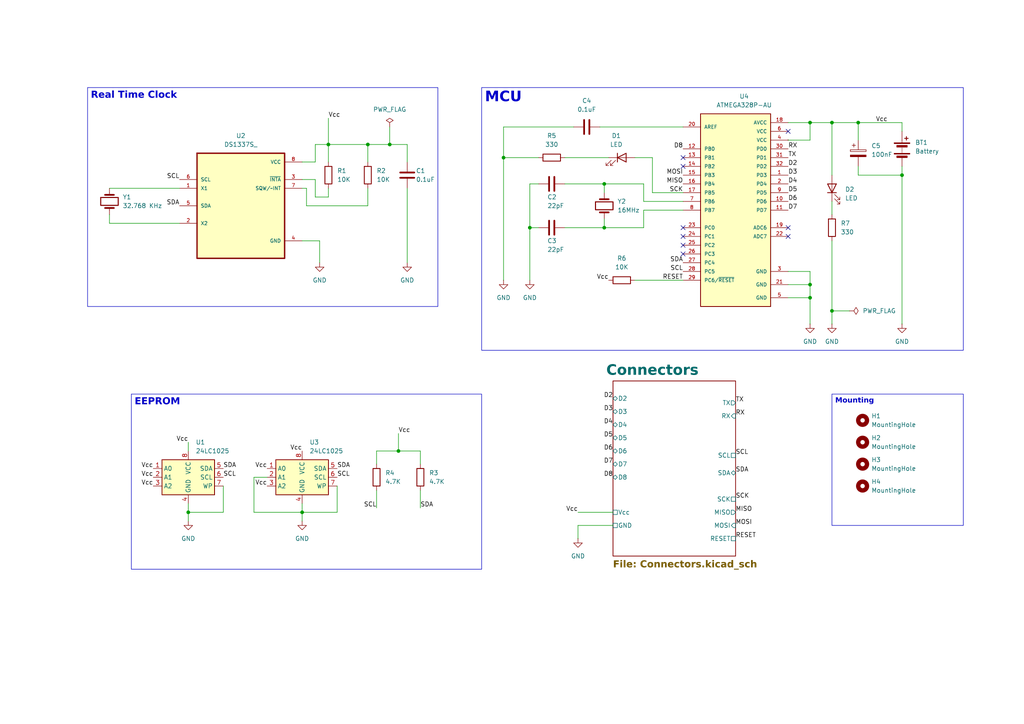
<source format=kicad_sch>
(kicad_sch
	(version 20250114)
	(generator "eeschema")
	(generator_version "9.0")
	(uuid "40f26c8b-91df-4bd0-a56f-afd0bc0b8d34")
	(paper "A4")
	(title_block
		(title "${Project_name}")
		(date "2025-12-15")
		(company "YUKESH.S   2024104010")
	)
	(lib_symbols
		(symbol "ATMEGA328P-AU_1"
			(pin_names
				(offset 1.016)
			)
			(exclude_from_sim no)
			(in_bom yes)
			(on_board yes)
			(property "Reference" "U4"
				(at -1.524 32.004 0)
				(effects
					(font
						(size 1.27 1.27)
					)
					(justify left bottom)
				)
			)
			(property "Value" "ATMEGA328P-AU"
				(at -7.366 29.464 0)
				(effects
					(font
						(size 1.27 1.27)
					)
					(justify left bottom)
				)
			)
			(property "Footprint" "ATMEGA328P-AU:QFP80P900X900X120-32N"
				(at 0 0 0)
				(effects
					(font
						(size 1.27 1.27)
					)
					(justify bottom)
					(hide yes)
				)
			)
			(property "Datasheet" ""
				(at 0 0 0)
				(effects
					(font
						(size 1.27 1.27)
					)
					(hide yes)
				)
			)
			(property "Description" ""
				(at 0 0 0)
				(effects
					(font
						(size 1.27 1.27)
					)
					(hide yes)
				)
			)
			(property "MF" "Microchip"
				(at 0 0 0)
				(effects
					(font
						(size 1.27 1.27)
					)
					(justify bottom)
					(hide yes)
				)
			)
			(property "MAXIMUM_PACKAGE_HEIGHT" "1.20mm"
				(at 0 0 0)
				(effects
					(font
						(size 1.27 1.27)
					)
					(justify bottom)
					(hide yes)
				)
			)
			(property "Package" "TQFP-32 Microchip"
				(at 0 0 0)
				(effects
					(font
						(size 1.27 1.27)
					)
					(justify bottom)
					(hide yes)
				)
			)
			(property "Price" "None"
				(at 0 0 0)
				(effects
					(font
						(size 1.27 1.27)
					)
					(justify bottom)
					(hide yes)
				)
			)
			(property "Check_prices" "https://www.snapeda.com/parts/ATMEGA328P-AU/Microchip+Technology/view-part/?ref=eda"
				(at 0 0 0)
				(effects
					(font
						(size 1.27 1.27)
					)
					(justify bottom)
					(hide yes)
				)
			)
			(property "STANDARD" "IPC-7351B"
				(at 0 0 0)
				(effects
					(font
						(size 1.27 1.27)
					)
					(justify bottom)
					(hide yes)
				)
			)
			(property "PARTREV" "8271A"
				(at 0 0 0)
				(effects
					(font
						(size 1.27 1.27)
					)
					(justify bottom)
					(hide yes)
				)
			)
			(property "SnapEDA_Link" "https://www.snapeda.com/parts/ATMEGA328P-AU/Microchip+Technology/view-part/?ref=snap"
				(at 0 0 0)
				(effects
					(font
						(size 1.27 1.27)
					)
					(justify bottom)
					(hide yes)
				)
			)
			(property "MP" "ATMEGA328P-AU"
				(at 0 0 0)
				(effects
					(font
						(size 1.27 1.27)
					)
					(justify bottom)
					(hide yes)
				)
			)
			(property "Description_1" "AVR AVR® ATmega Microcontroller IC 8-Bit 20MHz 32KB (16K x 16) FLASH 32-TQFP (7x7)"
				(at 0 0 0)
				(effects
					(font
						(size 1.27 1.27)
					)
					(justify bottom)
					(hide yes)
				)
			)
			(property "Availability" "In Stock"
				(at 0 0 0)
				(effects
					(font
						(size 1.27 1.27)
					)
					(justify bottom)
					(hide yes)
				)
			)
			(property "MANUFACTURER" "Microchip"
				(at 0 0 0)
				(effects
					(font
						(size 1.27 1.27)
					)
					(justify bottom)
					(hide yes)
				)
			)
			(symbol "ATMEGA328P-AU_1_0_0"
				(rectangle
					(start -10.16 -27.94)
					(end 10.16 27.94)
					(stroke
						(width 0.254)
						(type default)
					)
					(fill
						(type background)
					)
				)
				(pin input line
					(at -15.24 24.13 0)
					(length 5.08)
					(name "AREF"
						(effects
							(font
								(size 1.016 1.016)
							)
						)
					)
					(number "20"
						(effects
							(font
								(size 1.016 1.016)
							)
						)
					)
				)
				(pin bidirectional line
					(at -15.24 17.78 0)
					(length 5.08)
					(name "PB0"
						(effects
							(font
								(size 1.016 1.016)
							)
						)
					)
					(number "12"
						(effects
							(font
								(size 1.016 1.016)
							)
						)
					)
				)
				(pin bidirectional line
					(at -15.24 15.24 0)
					(length 5.08)
					(name "PB1"
						(effects
							(font
								(size 1.016 1.016)
							)
						)
					)
					(number "13"
						(effects
							(font
								(size 1.016 1.016)
							)
						)
					)
				)
				(pin bidirectional line
					(at -15.24 12.7 0)
					(length 5.08)
					(name "PB2"
						(effects
							(font
								(size 1.016 1.016)
							)
						)
					)
					(number "14"
						(effects
							(font
								(size 1.016 1.016)
							)
						)
					)
				)
				(pin bidirectional line
					(at -15.24 10.16 0)
					(length 5.08)
					(name "PB3"
						(effects
							(font
								(size 1.016 1.016)
							)
						)
					)
					(number "15"
						(effects
							(font
								(size 1.016 1.016)
							)
						)
					)
				)
				(pin bidirectional line
					(at -15.24 7.62 0)
					(length 5.08)
					(name "PB4"
						(effects
							(font
								(size 1.016 1.016)
							)
						)
					)
					(number "16"
						(effects
							(font
								(size 1.016 1.016)
							)
						)
					)
				)
				(pin bidirectional line
					(at -15.24 5.08 0)
					(length 5.08)
					(name "PB5"
						(effects
							(font
								(size 1.016 1.016)
							)
						)
					)
					(number "17"
						(effects
							(font
								(size 1.016 1.016)
							)
						)
					)
				)
				(pin bidirectional line
					(at -15.24 2.54 0)
					(length 5.08)
					(name "PB6"
						(effects
							(font
								(size 1.016 1.016)
							)
						)
					)
					(number "7"
						(effects
							(font
								(size 1.016 1.016)
							)
						)
					)
				)
				(pin bidirectional line
					(at -15.24 0 0)
					(length 5.08)
					(name "PB7"
						(effects
							(font
								(size 1.016 1.016)
							)
						)
					)
					(number "8"
						(effects
							(font
								(size 1.016 1.016)
							)
						)
					)
				)
				(pin bidirectional line
					(at -15.24 -5.08 0)
					(length 5.08)
					(name "PC0"
						(effects
							(font
								(size 1.016 1.016)
							)
						)
					)
					(number "23"
						(effects
							(font
								(size 1.016 1.016)
							)
						)
					)
				)
				(pin bidirectional line
					(at -15.24 -7.62 0)
					(length 5.08)
					(name "PC1"
						(effects
							(font
								(size 1.016 1.016)
							)
						)
					)
					(number "24"
						(effects
							(font
								(size 1.016 1.016)
							)
						)
					)
				)
				(pin bidirectional line
					(at -15.24 -10.16 0)
					(length 5.08)
					(name "PC2"
						(effects
							(font
								(size 1.016 1.016)
							)
						)
					)
					(number "25"
						(effects
							(font
								(size 1.016 1.016)
							)
						)
					)
				)
				(pin bidirectional line
					(at -15.24 -12.7 0)
					(length 5.08)
					(name "PC3"
						(effects
							(font
								(size 1.016 1.016)
							)
						)
					)
					(number "26"
						(effects
							(font
								(size 1.016 1.016)
							)
						)
					)
				)
				(pin bidirectional line
					(at -15.24 -15.24 0)
					(length 5.08)
					(name "PC4"
						(effects
							(font
								(size 1.016 1.016)
							)
						)
					)
					(number "27"
						(effects
							(font
								(size 1.016 1.016)
							)
						)
					)
				)
				(pin bidirectional line
					(at -15.24 -17.78 0)
					(length 5.08)
					(name "PC5"
						(effects
							(font
								(size 1.016 1.016)
							)
						)
					)
					(number "28"
						(effects
							(font
								(size 1.016 1.016)
							)
						)
					)
				)
				(pin bidirectional line
					(at -15.24 -20.32 0)
					(length 5.08)
					(name "PC6/~{RESET}"
						(effects
							(font
								(size 1.016 1.016)
							)
						)
					)
					(number "29"
						(effects
							(font
								(size 1.016 1.016)
							)
						)
					)
				)
				(pin power_in line
					(at 15.24 25.4 180)
					(length 5.08)
					(name "AVCC"
						(effects
							(font
								(size 1.016 1.016)
							)
						)
					)
					(number "18"
						(effects
							(font
								(size 1.016 1.016)
							)
						)
					)
				)
				(pin power_in line
					(at 15.24 22.86 180)
					(length 5.08)
					(name "VCC"
						(effects
							(font
								(size 1.016 1.016)
							)
						)
					)
					(number "6"
						(effects
							(font
								(size 1.016 1.016)
							)
						)
					)
				)
				(pin power_in line
					(at 15.24 20.32 180)
					(length 5.08)
					(name "VCC"
						(effects
							(font
								(size 1.016 1.016)
							)
						)
					)
					(number "4"
						(effects
							(font
								(size 1.016 1.016)
							)
						)
					)
				)
				(pin bidirectional line
					(at 15.24 17.78 180)
					(length 5.08)
					(name "PD0"
						(effects
							(font
								(size 1.016 1.016)
							)
						)
					)
					(number "30"
						(effects
							(font
								(size 1.016 1.016)
							)
						)
					)
				)
				(pin bidirectional line
					(at 15.24 15.24 180)
					(length 5.08)
					(name "PD1"
						(effects
							(font
								(size 1.016 1.016)
							)
						)
					)
					(number "31"
						(effects
							(font
								(size 1.016 1.016)
							)
						)
					)
				)
				(pin bidirectional line
					(at 15.24 12.7 180)
					(length 5.08)
					(name "PD2"
						(effects
							(font
								(size 1.016 1.016)
							)
						)
					)
					(number "32"
						(effects
							(font
								(size 1.016 1.016)
							)
						)
					)
				)
				(pin bidirectional line
					(at 15.24 10.16 180)
					(length 5.08)
					(name "PD3"
						(effects
							(font
								(size 1.016 1.016)
							)
						)
					)
					(number "1"
						(effects
							(font
								(size 1.016 1.016)
							)
						)
					)
				)
				(pin bidirectional line
					(at 15.24 7.62 180)
					(length 5.08)
					(name "PD4"
						(effects
							(font
								(size 1.016 1.016)
							)
						)
					)
					(number "2"
						(effects
							(font
								(size 1.016 1.016)
							)
						)
					)
				)
				(pin bidirectional line
					(at 15.24 5.08 180)
					(length 5.08)
					(name "PD5"
						(effects
							(font
								(size 1.016 1.016)
							)
						)
					)
					(number "9"
						(effects
							(font
								(size 1.016 1.016)
							)
						)
					)
				)
				(pin bidirectional line
					(at 15.24 2.54 180)
					(length 5.08)
					(name "PD6"
						(effects
							(font
								(size 1.016 1.016)
							)
						)
					)
					(number "10"
						(effects
							(font
								(size 1.016 1.016)
							)
						)
					)
				)
				(pin bidirectional line
					(at 15.24 0 180)
					(length 5.08)
					(name "PD7"
						(effects
							(font
								(size 1.016 1.016)
							)
						)
					)
					(number "11"
						(effects
							(font
								(size 1.016 1.016)
							)
						)
					)
				)
				(pin bidirectional line
					(at 15.24 -5.08 180)
					(length 5.08)
					(name "ADC6"
						(effects
							(font
								(size 1.016 1.016)
							)
						)
					)
					(number "19"
						(effects
							(font
								(size 1.016 1.016)
							)
						)
					)
				)
				(pin bidirectional line
					(at 15.24 -7.62 180)
					(length 5.08)
					(name "ADC7"
						(effects
							(font
								(size 1.016 1.016)
							)
						)
					)
					(number "22"
						(effects
							(font
								(size 1.016 1.016)
							)
						)
					)
				)
				(pin power_in line
					(at 15.24 -17.78 180)
					(length 5.08)
					(name "GND"
						(effects
							(font
								(size 1.016 1.016)
							)
						)
					)
					(number "3"
						(effects
							(font
								(size 1.016 1.016)
							)
						)
					)
				)
				(pin power_in line
					(at 15.24 -21.59 180)
					(length 5.08)
					(name "GND"
						(effects
							(font
								(size 1.016 1.016)
							)
						)
					)
					(number "21"
						(effects
							(font
								(size 1.016 1.016)
							)
						)
					)
				)
				(pin power_in line
					(at 15.24 -25.4 180)
					(length 5.08)
					(name "GND"
						(effects
							(font
								(size 1.016 1.016)
							)
						)
					)
					(number "5"
						(effects
							(font
								(size 1.016 1.016)
							)
						)
					)
				)
			)
			(symbol "ATMEGA328P-AU_1_0_1"
				(polyline
					(pts
						(xy 15.24 20.32) (xy 15.24 20.32)
					)
					(stroke
						(width 0)
						(type default)
					)
					(fill
						(type none)
					)
				)
				(circle
					(center 15.24 20.32)
					(radius 0.0001)
					(stroke
						(width 0)
						(type default)
					)
					(fill
						(type none)
					)
				)
			)
			(embedded_fonts no)
		)
		(symbol "DS1337S_:DS1337S_"
			(pin_names
				(offset 1.016)
			)
			(exclude_from_sim no)
			(in_bom yes)
			(on_board yes)
			(property "Reference" "U"
				(at -12.7 16.24 0)
				(effects
					(font
						(size 1.27 1.27)
					)
					(justify left bottom)
				)
			)
			(property "Value" "DS1337S_"
				(at -12.7 -19.24 0)
				(effects
					(font
						(size 1.27 1.27)
					)
					(justify left bottom)
				)
			)
			(property "Footprint" "DS1337S_:SOIC127P600X175-8N"
				(at 0 0 0)
				(effects
					(font
						(size 1.27 1.27)
					)
					(justify bottom)
					(hide yes)
				)
			)
			(property "Datasheet" ""
				(at 0 0 0)
				(effects
					(font
						(size 1.27 1.27)
					)
					(hide yes)
				)
			)
			(property "Description" ""
				(at 0 0 0)
				(effects
					(font
						(size 1.27 1.27)
					)
					(hide yes)
				)
			)
			(property "MF" "Analog Devices"
				(at 0 0 0)
				(effects
					(font
						(size 1.27 1.27)
					)
					(justify bottom)
					(hide yes)
				)
			)
			(property "Description_1" "I²C Serial Real-Time Clock"
				(at 0 0 0)
				(effects
					(font
						(size 1.27 1.27)
					)
					(justify bottom)
					(hide yes)
				)
			)
			(property "Package" "SOIC-8 Maxim"
				(at 0 0 0)
				(effects
					(font
						(size 1.27 1.27)
					)
					(justify bottom)
					(hide yes)
				)
			)
			(property "Price" "None"
				(at 0 0 0)
				(effects
					(font
						(size 1.27 1.27)
					)
					(justify bottom)
					(hide yes)
				)
			)
			(property "SnapEDA_Link" "https://www.snapeda.com/parts/DS1337S+/Analog+Devices/view-part/?ref=snap"
				(at 0 0 0)
				(effects
					(font
						(size 1.27 1.27)
					)
					(justify bottom)
					(hide yes)
				)
			)
			(property "MP" "DS1337S+"
				(at 0 0 0)
				(effects
					(font
						(size 1.27 1.27)
					)
					(justify bottom)
					(hide yes)
				)
			)
			(property "Availability" "In Stock"
				(at 0 0 0)
				(effects
					(font
						(size 1.27 1.27)
					)
					(justify bottom)
					(hide yes)
				)
			)
			(property "Check_prices" "https://www.snapeda.com/parts/DS1337S+/Analog+Devices/view-part/?ref=eda"
				(at 0 0 0)
				(effects
					(font
						(size 1.27 1.27)
					)
					(justify bottom)
					(hide yes)
				)
			)
			(symbol "DS1337S__0_0"
				(rectangle
					(start -12.7 -15.24)
					(end 12.7 15.24)
					(stroke
						(width 0.41)
						(type default)
					)
					(fill
						(type background)
					)
				)
				(pin input line
					(at -17.78 7.62 0)
					(length 5.08)
					(name "SCL"
						(effects
							(font
								(size 1.016 1.016)
							)
						)
					)
					(number "6"
						(effects
							(font
								(size 1.016 1.016)
							)
						)
					)
				)
				(pin input line
					(at -17.78 5.08 0)
					(length 5.08)
					(name "X1"
						(effects
							(font
								(size 1.016 1.016)
							)
						)
					)
					(number "1"
						(effects
							(font
								(size 1.016 1.016)
							)
						)
					)
				)
				(pin bidirectional line
					(at -17.78 0 0)
					(length 5.08)
					(name "SDA"
						(effects
							(font
								(size 1.016 1.016)
							)
						)
					)
					(number "5"
						(effects
							(font
								(size 1.016 1.016)
							)
						)
					)
				)
				(pin bidirectional line
					(at -17.78 -5.08 0)
					(length 5.08)
					(name "X2"
						(effects
							(font
								(size 1.016 1.016)
							)
						)
					)
					(number "2"
						(effects
							(font
								(size 1.016 1.016)
							)
						)
					)
				)
				(pin power_in line
					(at 17.78 12.7 180)
					(length 5.08)
					(name "VCC"
						(effects
							(font
								(size 1.016 1.016)
							)
						)
					)
					(number "8"
						(effects
							(font
								(size 1.016 1.016)
							)
						)
					)
				)
				(pin output line
					(at 17.78 7.62 180)
					(length 5.08)
					(name "~{INTA}"
						(effects
							(font
								(size 1.016 1.016)
							)
						)
					)
					(number "3"
						(effects
							(font
								(size 1.016 1.016)
							)
						)
					)
				)
				(pin output line
					(at 17.78 5.08 180)
					(length 5.08)
					(name "SQW/~INT"
						(effects
							(font
								(size 1.016 1.016)
							)
						)
					)
					(number "7"
						(effects
							(font
								(size 1.016 1.016)
							)
						)
					)
				)
				(pin power_in line
					(at 17.78 -10.16 180)
					(length 5.08)
					(name "GND"
						(effects
							(font
								(size 1.016 1.016)
							)
						)
					)
					(number "4"
						(effects
							(font
								(size 1.016 1.016)
							)
						)
					)
				)
			)
			(embedded_fonts no)
		)
		(symbol "Device:Battery"
			(pin_numbers
				(hide yes)
			)
			(pin_names
				(offset 0)
				(hide yes)
			)
			(exclude_from_sim no)
			(in_bom yes)
			(on_board yes)
			(property "Reference" "BT"
				(at 2.54 2.54 0)
				(effects
					(font
						(size 1.27 1.27)
					)
					(justify left)
				)
			)
			(property "Value" "Battery"
				(at 2.54 0 0)
				(effects
					(font
						(size 1.27 1.27)
					)
					(justify left)
				)
			)
			(property "Footprint" ""
				(at 0 1.524 90)
				(effects
					(font
						(size 1.27 1.27)
					)
					(hide yes)
				)
			)
			(property "Datasheet" "~"
				(at 0 1.524 90)
				(effects
					(font
						(size 1.27 1.27)
					)
					(hide yes)
				)
			)
			(property "Description" "Multiple-cell battery"
				(at 0 0 0)
				(effects
					(font
						(size 1.27 1.27)
					)
					(hide yes)
				)
			)
			(property "ki_keywords" "batt voltage-source cell"
				(at 0 0 0)
				(effects
					(font
						(size 1.27 1.27)
					)
					(hide yes)
				)
			)
			(symbol "Battery_0_1"
				(rectangle
					(start -2.286 1.778)
					(end 2.286 1.524)
					(stroke
						(width 0)
						(type default)
					)
					(fill
						(type outline)
					)
				)
				(rectangle
					(start -2.286 -1.27)
					(end 2.286 -1.524)
					(stroke
						(width 0)
						(type default)
					)
					(fill
						(type outline)
					)
				)
				(rectangle
					(start -1.524 1.016)
					(end 1.524 0.508)
					(stroke
						(width 0)
						(type default)
					)
					(fill
						(type outline)
					)
				)
				(rectangle
					(start -1.524 -2.032)
					(end 1.524 -2.54)
					(stroke
						(width 0)
						(type default)
					)
					(fill
						(type outline)
					)
				)
				(polyline
					(pts
						(xy 0 1.778) (xy 0 2.54)
					)
					(stroke
						(width 0)
						(type default)
					)
					(fill
						(type none)
					)
				)
				(polyline
					(pts
						(xy 0 0) (xy 0 0.254)
					)
					(stroke
						(width 0)
						(type default)
					)
					(fill
						(type none)
					)
				)
				(polyline
					(pts
						(xy 0 -0.508) (xy 0 -0.254)
					)
					(stroke
						(width 0)
						(type default)
					)
					(fill
						(type none)
					)
				)
				(polyline
					(pts
						(xy 0 -1.016) (xy 0 -0.762)
					)
					(stroke
						(width 0)
						(type default)
					)
					(fill
						(type none)
					)
				)
				(polyline
					(pts
						(xy 0.762 3.048) (xy 1.778 3.048)
					)
					(stroke
						(width 0.254)
						(type default)
					)
					(fill
						(type none)
					)
				)
				(polyline
					(pts
						(xy 1.27 3.556) (xy 1.27 2.54)
					)
					(stroke
						(width 0.254)
						(type default)
					)
					(fill
						(type none)
					)
				)
			)
			(symbol "Battery_1_1"
				(pin passive line
					(at 0 5.08 270)
					(length 2.54)
					(name "+"
						(effects
							(font
								(size 1.27 1.27)
							)
						)
					)
					(number "1"
						(effects
							(font
								(size 1.27 1.27)
							)
						)
					)
				)
				(pin passive line
					(at 0 -5.08 90)
					(length 2.54)
					(name "-"
						(effects
							(font
								(size 1.27 1.27)
							)
						)
					)
					(number "2"
						(effects
							(font
								(size 1.27 1.27)
							)
						)
					)
				)
			)
			(embedded_fonts no)
		)
		(symbol "Device:C"
			(pin_numbers
				(hide yes)
			)
			(pin_names
				(offset 0.254)
			)
			(exclude_from_sim no)
			(in_bom yes)
			(on_board yes)
			(property "Reference" "C"
				(at 0.635 2.54 0)
				(effects
					(font
						(size 1.27 1.27)
					)
					(justify left)
				)
			)
			(property "Value" "C"
				(at 0.635 -2.54 0)
				(effects
					(font
						(size 1.27 1.27)
					)
					(justify left)
				)
			)
			(property "Footprint" ""
				(at 0.9652 -3.81 0)
				(effects
					(font
						(size 1.27 1.27)
					)
					(hide yes)
				)
			)
			(property "Datasheet" "~"
				(at 0 0 0)
				(effects
					(font
						(size 1.27 1.27)
					)
					(hide yes)
				)
			)
			(property "Description" "Unpolarized capacitor"
				(at 0 0 0)
				(effects
					(font
						(size 1.27 1.27)
					)
					(hide yes)
				)
			)
			(property "ki_keywords" "cap capacitor"
				(at 0 0 0)
				(effects
					(font
						(size 1.27 1.27)
					)
					(hide yes)
				)
			)
			(property "ki_fp_filters" "C_*"
				(at 0 0 0)
				(effects
					(font
						(size 1.27 1.27)
					)
					(hide yes)
				)
			)
			(symbol "C_0_1"
				(polyline
					(pts
						(xy -2.032 0.762) (xy 2.032 0.762)
					)
					(stroke
						(width 0.508)
						(type default)
					)
					(fill
						(type none)
					)
				)
				(polyline
					(pts
						(xy -2.032 -0.762) (xy 2.032 -0.762)
					)
					(stroke
						(width 0.508)
						(type default)
					)
					(fill
						(type none)
					)
				)
			)
			(symbol "C_1_1"
				(pin passive line
					(at 0 3.81 270)
					(length 2.794)
					(name "~"
						(effects
							(font
								(size 1.27 1.27)
							)
						)
					)
					(number "1"
						(effects
							(font
								(size 1.27 1.27)
							)
						)
					)
				)
				(pin passive line
					(at 0 -3.81 90)
					(length 2.794)
					(name "~"
						(effects
							(font
								(size 1.27 1.27)
							)
						)
					)
					(number "2"
						(effects
							(font
								(size 1.27 1.27)
							)
						)
					)
				)
			)
			(embedded_fonts no)
		)
		(symbol "Device:C_Polarized"
			(pin_numbers
				(hide yes)
			)
			(pin_names
				(offset 0.254)
			)
			(exclude_from_sim no)
			(in_bom yes)
			(on_board yes)
			(property "Reference" "C"
				(at 0.635 2.54 0)
				(effects
					(font
						(size 1.27 1.27)
					)
					(justify left)
				)
			)
			(property "Value" "C_Polarized"
				(at 0.635 -2.54 0)
				(effects
					(font
						(size 1.27 1.27)
					)
					(justify left)
				)
			)
			(property "Footprint" ""
				(at 0.9652 -3.81 0)
				(effects
					(font
						(size 1.27 1.27)
					)
					(hide yes)
				)
			)
			(property "Datasheet" "~"
				(at 0 0 0)
				(effects
					(font
						(size 1.27 1.27)
					)
					(hide yes)
				)
			)
			(property "Description" "Polarized capacitor"
				(at 0 0 0)
				(effects
					(font
						(size 1.27 1.27)
					)
					(hide yes)
				)
			)
			(property "ki_keywords" "cap capacitor"
				(at 0 0 0)
				(effects
					(font
						(size 1.27 1.27)
					)
					(hide yes)
				)
			)
			(property "ki_fp_filters" "CP_*"
				(at 0 0 0)
				(effects
					(font
						(size 1.27 1.27)
					)
					(hide yes)
				)
			)
			(symbol "C_Polarized_0_1"
				(rectangle
					(start -2.286 0.508)
					(end 2.286 1.016)
					(stroke
						(width 0)
						(type default)
					)
					(fill
						(type none)
					)
				)
				(polyline
					(pts
						(xy -1.778 2.286) (xy -0.762 2.286)
					)
					(stroke
						(width 0)
						(type default)
					)
					(fill
						(type none)
					)
				)
				(polyline
					(pts
						(xy -1.27 2.794) (xy -1.27 1.778)
					)
					(stroke
						(width 0)
						(type default)
					)
					(fill
						(type none)
					)
				)
				(rectangle
					(start 2.286 -0.508)
					(end -2.286 -1.016)
					(stroke
						(width 0)
						(type default)
					)
					(fill
						(type outline)
					)
				)
			)
			(symbol "C_Polarized_1_1"
				(pin passive line
					(at 0 3.81 270)
					(length 2.794)
					(name "~"
						(effects
							(font
								(size 1.27 1.27)
							)
						)
					)
					(number "1"
						(effects
							(font
								(size 1.27 1.27)
							)
						)
					)
				)
				(pin passive line
					(at 0 -3.81 90)
					(length 2.794)
					(name "~"
						(effects
							(font
								(size 1.27 1.27)
							)
						)
					)
					(number "2"
						(effects
							(font
								(size 1.27 1.27)
							)
						)
					)
				)
			)
			(embedded_fonts no)
		)
		(symbol "Device:Crystal"
			(pin_numbers
				(hide yes)
			)
			(pin_names
				(offset 1.016)
				(hide yes)
			)
			(exclude_from_sim no)
			(in_bom yes)
			(on_board yes)
			(property "Reference" "Y"
				(at 0 3.81 0)
				(effects
					(font
						(size 1.27 1.27)
					)
				)
			)
			(property "Value" "Crystal"
				(at 0 -3.81 0)
				(effects
					(font
						(size 1.27 1.27)
					)
				)
			)
			(property "Footprint" ""
				(at 0 0 0)
				(effects
					(font
						(size 1.27 1.27)
					)
					(hide yes)
				)
			)
			(property "Datasheet" "~"
				(at 0 0 0)
				(effects
					(font
						(size 1.27 1.27)
					)
					(hide yes)
				)
			)
			(property "Description" "Two pin crystal"
				(at 0 0 0)
				(effects
					(font
						(size 1.27 1.27)
					)
					(hide yes)
				)
			)
			(property "ki_keywords" "quartz ceramic resonator oscillator"
				(at 0 0 0)
				(effects
					(font
						(size 1.27 1.27)
					)
					(hide yes)
				)
			)
			(property "ki_fp_filters" "Crystal*"
				(at 0 0 0)
				(effects
					(font
						(size 1.27 1.27)
					)
					(hide yes)
				)
			)
			(symbol "Crystal_0_1"
				(polyline
					(pts
						(xy -2.54 0) (xy -1.905 0)
					)
					(stroke
						(width 0)
						(type default)
					)
					(fill
						(type none)
					)
				)
				(polyline
					(pts
						(xy -1.905 -1.27) (xy -1.905 1.27)
					)
					(stroke
						(width 0.508)
						(type default)
					)
					(fill
						(type none)
					)
				)
				(rectangle
					(start -1.143 2.54)
					(end 1.143 -2.54)
					(stroke
						(width 0.3048)
						(type default)
					)
					(fill
						(type none)
					)
				)
				(polyline
					(pts
						(xy 1.905 -1.27) (xy 1.905 1.27)
					)
					(stroke
						(width 0.508)
						(type default)
					)
					(fill
						(type none)
					)
				)
				(polyline
					(pts
						(xy 2.54 0) (xy 1.905 0)
					)
					(stroke
						(width 0)
						(type default)
					)
					(fill
						(type none)
					)
				)
			)
			(symbol "Crystal_1_1"
				(pin passive line
					(at -3.81 0 0)
					(length 1.27)
					(name "1"
						(effects
							(font
								(size 1.27 1.27)
							)
						)
					)
					(number "1"
						(effects
							(font
								(size 1.27 1.27)
							)
						)
					)
				)
				(pin passive line
					(at 3.81 0 180)
					(length 1.27)
					(name "2"
						(effects
							(font
								(size 1.27 1.27)
							)
						)
					)
					(number "2"
						(effects
							(font
								(size 1.27 1.27)
							)
						)
					)
				)
			)
			(embedded_fonts no)
		)
		(symbol "Device:LED"
			(pin_numbers
				(hide yes)
			)
			(pin_names
				(offset 1.016)
				(hide yes)
			)
			(exclude_from_sim no)
			(in_bom yes)
			(on_board yes)
			(property "Reference" "D"
				(at 0 2.54 0)
				(effects
					(font
						(size 1.27 1.27)
					)
				)
			)
			(property "Value" "LED"
				(at 0 -2.54 0)
				(effects
					(font
						(size 1.27 1.27)
					)
				)
			)
			(property "Footprint" ""
				(at 0 0 0)
				(effects
					(font
						(size 1.27 1.27)
					)
					(hide yes)
				)
			)
			(property "Datasheet" "~"
				(at 0 0 0)
				(effects
					(font
						(size 1.27 1.27)
					)
					(hide yes)
				)
			)
			(property "Description" "Light emitting diode"
				(at 0 0 0)
				(effects
					(font
						(size 1.27 1.27)
					)
					(hide yes)
				)
			)
			(property "Sim.Pins" "1=K 2=A"
				(at 0 0 0)
				(effects
					(font
						(size 1.27 1.27)
					)
					(hide yes)
				)
			)
			(property "ki_keywords" "LED diode"
				(at 0 0 0)
				(effects
					(font
						(size 1.27 1.27)
					)
					(hide yes)
				)
			)
			(property "ki_fp_filters" "LED* LED_SMD:* LED_THT:*"
				(at 0 0 0)
				(effects
					(font
						(size 1.27 1.27)
					)
					(hide yes)
				)
			)
			(symbol "LED_0_1"
				(polyline
					(pts
						(xy -3.048 -0.762) (xy -4.572 -2.286) (xy -3.81 -2.286) (xy -4.572 -2.286) (xy -4.572 -1.524)
					)
					(stroke
						(width 0)
						(type default)
					)
					(fill
						(type none)
					)
				)
				(polyline
					(pts
						(xy -1.778 -0.762) (xy -3.302 -2.286) (xy -2.54 -2.286) (xy -3.302 -2.286) (xy -3.302 -1.524)
					)
					(stroke
						(width 0)
						(type default)
					)
					(fill
						(type none)
					)
				)
				(polyline
					(pts
						(xy -1.27 0) (xy 1.27 0)
					)
					(stroke
						(width 0)
						(type default)
					)
					(fill
						(type none)
					)
				)
				(polyline
					(pts
						(xy -1.27 -1.27) (xy -1.27 1.27)
					)
					(stroke
						(width 0.254)
						(type default)
					)
					(fill
						(type none)
					)
				)
				(polyline
					(pts
						(xy 1.27 -1.27) (xy 1.27 1.27) (xy -1.27 0) (xy 1.27 -1.27)
					)
					(stroke
						(width 0.254)
						(type default)
					)
					(fill
						(type none)
					)
				)
			)
			(symbol "LED_1_1"
				(pin passive line
					(at -3.81 0 0)
					(length 2.54)
					(name "K"
						(effects
							(font
								(size 1.27 1.27)
							)
						)
					)
					(number "1"
						(effects
							(font
								(size 1.27 1.27)
							)
						)
					)
				)
				(pin passive line
					(at 3.81 0 180)
					(length 2.54)
					(name "A"
						(effects
							(font
								(size 1.27 1.27)
							)
						)
					)
					(number "2"
						(effects
							(font
								(size 1.27 1.27)
							)
						)
					)
				)
			)
			(embedded_fonts no)
		)
		(symbol "Device:R"
			(pin_numbers
				(hide yes)
			)
			(pin_names
				(offset 0)
			)
			(exclude_from_sim no)
			(in_bom yes)
			(on_board yes)
			(property "Reference" "R"
				(at 2.032 0 90)
				(effects
					(font
						(size 1.27 1.27)
					)
				)
			)
			(property "Value" "R"
				(at 0 0 90)
				(effects
					(font
						(size 1.27 1.27)
					)
				)
			)
			(property "Footprint" ""
				(at -1.778 0 90)
				(effects
					(font
						(size 1.27 1.27)
					)
					(hide yes)
				)
			)
			(property "Datasheet" "~"
				(at 0 0 0)
				(effects
					(font
						(size 1.27 1.27)
					)
					(hide yes)
				)
			)
			(property "Description" "Resistor"
				(at 0 0 0)
				(effects
					(font
						(size 1.27 1.27)
					)
					(hide yes)
				)
			)
			(property "ki_keywords" "R res resistor"
				(at 0 0 0)
				(effects
					(font
						(size 1.27 1.27)
					)
					(hide yes)
				)
			)
			(property "ki_fp_filters" "R_*"
				(at 0 0 0)
				(effects
					(font
						(size 1.27 1.27)
					)
					(hide yes)
				)
			)
			(symbol "R_0_1"
				(rectangle
					(start -1.016 -2.54)
					(end 1.016 2.54)
					(stroke
						(width 0.254)
						(type default)
					)
					(fill
						(type none)
					)
				)
			)
			(symbol "R_1_1"
				(pin passive line
					(at 0 3.81 270)
					(length 1.27)
					(name "~"
						(effects
							(font
								(size 1.27 1.27)
							)
						)
					)
					(number "1"
						(effects
							(font
								(size 1.27 1.27)
							)
						)
					)
				)
				(pin passive line
					(at 0 -3.81 90)
					(length 1.27)
					(name "~"
						(effects
							(font
								(size 1.27 1.27)
							)
						)
					)
					(number "2"
						(effects
							(font
								(size 1.27 1.27)
							)
						)
					)
				)
			)
			(embedded_fonts no)
		)
		(symbol "Mechanical:MountingHole"
			(pin_names
				(offset 1.016)
			)
			(exclude_from_sim no)
			(in_bom no)
			(on_board yes)
			(property "Reference" "H"
				(at 0 5.08 0)
				(effects
					(font
						(size 1.27 1.27)
					)
				)
			)
			(property "Value" "MountingHole"
				(at 0 3.175 0)
				(effects
					(font
						(size 1.27 1.27)
					)
				)
			)
			(property "Footprint" ""
				(at 0 0 0)
				(effects
					(font
						(size 1.27 1.27)
					)
					(hide yes)
				)
			)
			(property "Datasheet" "~"
				(at 0 0 0)
				(effects
					(font
						(size 1.27 1.27)
					)
					(hide yes)
				)
			)
			(property "Description" "Mounting Hole without connection"
				(at 0 0 0)
				(effects
					(font
						(size 1.27 1.27)
					)
					(hide yes)
				)
			)
			(property "ki_keywords" "mounting hole"
				(at 0 0 0)
				(effects
					(font
						(size 1.27 1.27)
					)
					(hide yes)
				)
			)
			(property "ki_fp_filters" "MountingHole*"
				(at 0 0 0)
				(effects
					(font
						(size 1.27 1.27)
					)
					(hide yes)
				)
			)
			(symbol "MountingHole_0_1"
				(circle
					(center 0 0)
					(radius 1.27)
					(stroke
						(width 1.27)
						(type default)
					)
					(fill
						(type none)
					)
				)
			)
			(embedded_fonts no)
		)
		(symbol "Memory_EEPROM:24LC1025"
			(exclude_from_sim no)
			(in_bom yes)
			(on_board yes)
			(property "Reference" "U"
				(at -6.35 6.35 0)
				(effects
					(font
						(size 1.27 1.27)
					)
				)
			)
			(property "Value" "24LC1025"
				(at 1.27 6.35 0)
				(effects
					(font
						(size 1.27 1.27)
					)
					(justify left)
				)
			)
			(property "Footprint" ""
				(at 0 0 0)
				(effects
					(font
						(size 1.27 1.27)
					)
					(hide yes)
				)
			)
			(property "Datasheet" "http://ww1.microchip.com/downloads/en/DeviceDoc/21941B.pdf"
				(at 0 0 0)
				(effects
					(font
						(size 1.27 1.27)
					)
					(hide yes)
				)
			)
			(property "Description" "I2C Serial EEPROM, 1024Kb, DIP-8/SOIC-8/TSSOP-8/DFN-8"
				(at 0 0 0)
				(effects
					(font
						(size 1.27 1.27)
					)
					(hide yes)
				)
			)
			(property "ki_keywords" "I2C Serial EEPROM"
				(at 0 0 0)
				(effects
					(font
						(size 1.27 1.27)
					)
					(hide yes)
				)
			)
			(property "ki_fp_filters" "DIP*W7.62mm* SOIC*3.9x4.9mm* TSSOP*4.4x3mm*P0.65mm* DFN*3x2mm*P0.5mm*"
				(at 0 0 0)
				(effects
					(font
						(size 1.27 1.27)
					)
					(hide yes)
				)
			)
			(symbol "24LC1025_1_1"
				(rectangle
					(start -7.62 5.08)
					(end 7.62 -5.08)
					(stroke
						(width 0.254)
						(type default)
					)
					(fill
						(type background)
					)
				)
				(pin input line
					(at -10.16 2.54 0)
					(length 2.54)
					(name "A0"
						(effects
							(font
								(size 1.27 1.27)
							)
						)
					)
					(number "1"
						(effects
							(font
								(size 1.27 1.27)
							)
						)
					)
				)
				(pin input line
					(at -10.16 0 0)
					(length 2.54)
					(name "A1"
						(effects
							(font
								(size 1.27 1.27)
							)
						)
					)
					(number "2"
						(effects
							(font
								(size 1.27 1.27)
							)
						)
					)
				)
				(pin input line
					(at -10.16 -2.54 0)
					(length 2.54)
					(name "A2"
						(effects
							(font
								(size 1.27 1.27)
							)
						)
					)
					(number "3"
						(effects
							(font
								(size 1.27 1.27)
							)
						)
					)
				)
				(pin power_in line
					(at 0 7.62 270)
					(length 2.54)
					(name "VCC"
						(effects
							(font
								(size 1.27 1.27)
							)
						)
					)
					(number "8"
						(effects
							(font
								(size 1.27 1.27)
							)
						)
					)
				)
				(pin power_in line
					(at 0 -7.62 90)
					(length 2.54)
					(name "GND"
						(effects
							(font
								(size 1.27 1.27)
							)
						)
					)
					(number "4"
						(effects
							(font
								(size 1.27 1.27)
							)
						)
					)
				)
				(pin bidirectional line
					(at 10.16 2.54 180)
					(length 2.54)
					(name "SDA"
						(effects
							(font
								(size 1.27 1.27)
							)
						)
					)
					(number "5"
						(effects
							(font
								(size 1.27 1.27)
							)
						)
					)
				)
				(pin input line
					(at 10.16 0 180)
					(length 2.54)
					(name "SCL"
						(effects
							(font
								(size 1.27 1.27)
							)
						)
					)
					(number "6"
						(effects
							(font
								(size 1.27 1.27)
							)
						)
					)
				)
				(pin input line
					(at 10.16 -2.54 180)
					(length 2.54)
					(name "WP"
						(effects
							(font
								(size 1.27 1.27)
							)
						)
					)
					(number "7"
						(effects
							(font
								(size 1.27 1.27)
							)
						)
					)
				)
			)
			(embedded_fonts no)
		)
		(symbol "power:GND"
			(power)
			(pin_numbers
				(hide yes)
			)
			(pin_names
				(offset 0)
				(hide yes)
			)
			(exclude_from_sim no)
			(in_bom yes)
			(on_board yes)
			(property "Reference" "#PWR"
				(at 0 -6.35 0)
				(effects
					(font
						(size 1.27 1.27)
					)
					(hide yes)
				)
			)
			(property "Value" "GND"
				(at 0 -3.81 0)
				(effects
					(font
						(size 1.27 1.27)
					)
				)
			)
			(property "Footprint" ""
				(at 0 0 0)
				(effects
					(font
						(size 1.27 1.27)
					)
					(hide yes)
				)
			)
			(property "Datasheet" ""
				(at 0 0 0)
				(effects
					(font
						(size 1.27 1.27)
					)
					(hide yes)
				)
			)
			(property "Description" "Power symbol creates a global label with name \"GND\" , ground"
				(at 0 0 0)
				(effects
					(font
						(size 1.27 1.27)
					)
					(hide yes)
				)
			)
			(property "ki_keywords" "global power"
				(at 0 0 0)
				(effects
					(font
						(size 1.27 1.27)
					)
					(hide yes)
				)
			)
			(symbol "GND_0_1"
				(polyline
					(pts
						(xy 0 0) (xy 0 -1.27) (xy 1.27 -1.27) (xy 0 -2.54) (xy -1.27 -1.27) (xy 0 -1.27)
					)
					(stroke
						(width 0)
						(type default)
					)
					(fill
						(type none)
					)
				)
			)
			(symbol "GND_1_1"
				(pin power_in line
					(at 0 0 270)
					(length 0)
					(name "~"
						(effects
							(font
								(size 1.27 1.27)
							)
						)
					)
					(number "1"
						(effects
							(font
								(size 1.27 1.27)
							)
						)
					)
				)
			)
			(embedded_fonts no)
		)
		(symbol "power:PWR_FLAG"
			(power)
			(pin_numbers
				(hide yes)
			)
			(pin_names
				(offset 0)
				(hide yes)
			)
			(exclude_from_sim no)
			(in_bom yes)
			(on_board yes)
			(property "Reference" "#FLG"
				(at 0 1.905 0)
				(effects
					(font
						(size 1.27 1.27)
					)
					(hide yes)
				)
			)
			(property "Value" "PWR_FLAG"
				(at 0 3.81 0)
				(effects
					(font
						(size 1.27 1.27)
					)
				)
			)
			(property "Footprint" ""
				(at 0 0 0)
				(effects
					(font
						(size 1.27 1.27)
					)
					(hide yes)
				)
			)
			(property "Datasheet" "~"
				(at 0 0 0)
				(effects
					(font
						(size 1.27 1.27)
					)
					(hide yes)
				)
			)
			(property "Description" "Special symbol for telling ERC where power comes from"
				(at 0 0 0)
				(effects
					(font
						(size 1.27 1.27)
					)
					(hide yes)
				)
			)
			(property "ki_keywords" "flag power"
				(at 0 0 0)
				(effects
					(font
						(size 1.27 1.27)
					)
					(hide yes)
				)
			)
			(symbol "PWR_FLAG_0_0"
				(pin power_out line
					(at 0 0 90)
					(length 0)
					(name "~"
						(effects
							(font
								(size 1.27 1.27)
							)
						)
					)
					(number "1"
						(effects
							(font
								(size 1.27 1.27)
							)
						)
					)
				)
			)
			(symbol "PWR_FLAG_0_1"
				(polyline
					(pts
						(xy 0 0) (xy 0 1.27) (xy -1.016 1.905) (xy 0 2.54) (xy 1.016 1.905) (xy 0 1.27)
					)
					(stroke
						(width 0)
						(type default)
					)
					(fill
						(type none)
					)
				)
			)
			(embedded_fonts no)
		)
	)
	(text_box "EEPROM"
		(exclude_from_sim no)
		(at 38.1 114.3 0)
		(size 101.6 50.8)
		(margins 0.9525 0.9525 0.9525 0.9525)
		(stroke
			(width 0)
			(type solid)
		)
		(fill
			(type none)
		)
		(effects
			(font
				(face "Arial Rounded MT Bold")
				(size 2 2)
				(thickness 0.254)
				(bold yes)
			)
			(justify left top)
		)
		(uuid "7a08f50a-d8c0-4b2e-9890-012ed1a2328e")
	)
	(text_box "Mounting"
		(exclude_from_sim no)
		(at 241.3 114.3 0)
		(size 38.1 38.1)
		(margins 0.9525 0.9525 0.9525 0.9525)
		(stroke
			(width 0)
			(type solid)
		)
		(fill
			(type none)
		)
		(effects
			(font
				(face "Arial Rounded MT Bold")
				(size 1.5 1.5)
				(thickness 0.254)
				(bold yes)
			)
			(justify left top)
		)
		(uuid "93b3e66e-b36b-4b23-911c-296435f6dcc4")
	)
	(text_box "Real Time Clock"
		(exclude_from_sim no)
		(at 25.4 25.4 0)
		(size 101.6 63.5)
		(margins 0.9525 0.9525 0.9525 0.9525)
		(stroke
			(width 0)
			(type solid)
		)
		(fill
			(type none)
		)
		(effects
			(font
				(face "Arial Rounded MT Bold")
				(size 2 2)
				(thickness 0.4)
				(bold yes)
			)
			(justify left top)
		)
		(uuid "e16fad2a-78c4-4ee2-8602-723bf589bc31")
	)
	(text_box "MCU"
		(exclude_from_sim no)
		(at 139.7 25.4 0)
		(size 139.7 76.2)
		(margins 0.9525 0.9525 0.9525 0.9525)
		(stroke
			(width 0)
			(type solid)
		)
		(fill
			(type none)
		)
		(effects
			(font
				(face "Arial Rounded MT Bold")
				(size 3 3)
				(thickness 0.254)
				(bold yes)
			)
			(justify left top)
		)
		(uuid "fda49f22-6a32-45e7-9e45-d7cbca7cfb68")
	)
	(junction
		(at 106.68 41.91)
		(diameter 0)
		(color 0 0 0 0)
		(uuid "07fb31cc-6a61-4852-a1a8-457760eafd7d")
	)
	(junction
		(at 95.25 41.91)
		(diameter 0)
		(color 0 0 0 0)
		(uuid "3aba0148-c333-48a1-a602-72f745e34be9")
	)
	(junction
		(at 54.61 148.59)
		(diameter 0)
		(color 0 0 0 0)
		(uuid "3b16d318-f602-4465-9c98-edcf59f9a843")
	)
	(junction
		(at 115.57 130.81)
		(diameter 0)
		(color 0 0 0 0)
		(uuid "3e3bdb6f-c9c6-4d45-99ad-25aa441cbfca")
	)
	(junction
		(at 175.26 66.04)
		(diameter 0)
		(color 0 0 0 0)
		(uuid "4ea35b91-09ae-4cc6-8946-b251d8b2e08a")
	)
	(junction
		(at 146.05 45.72)
		(diameter 0)
		(color 0 0 0 0)
		(uuid "510c85db-1eb3-4b52-9edc-ffbf519ae301")
	)
	(junction
		(at 248.92 35.56)
		(diameter 0)
		(color 0 0 0 0)
		(uuid "581c9eae-f07a-42cc-b35c-522869efbc54")
	)
	(junction
		(at 87.63 148.59)
		(diameter 0)
		(color 0 0 0 0)
		(uuid "5aaee153-3b6c-463f-97a4-25c990c39385")
	)
	(junction
		(at 234.95 35.56)
		(diameter 0)
		(color 0 0 0 0)
		(uuid "5c129639-dad7-45c9-87b3-d795f306aa7c")
	)
	(junction
		(at 241.3 35.56)
		(diameter 0)
		(color 0 0 0 0)
		(uuid "6f3e94bb-5dfe-44b8-ac6e-fab0925089ce")
	)
	(junction
		(at 234.95 86.36)
		(diameter 0)
		(color 0 0 0 0)
		(uuid "7699be80-0b80-4399-966c-a835cb4526a3")
	)
	(junction
		(at 175.26 53.34)
		(diameter 0)
		(color 0 0 0 0)
		(uuid "88c37efb-f900-4443-8ded-772cdd1f70e7")
	)
	(junction
		(at 261.62 50.8)
		(diameter 0)
		(color 0 0 0 0)
		(uuid "c84a175e-451b-4f9b-ac1e-586ede4f59d9")
	)
	(junction
		(at 113.03 41.91)
		(diameter 0)
		(color 0 0 0 0)
		(uuid "e424de58-85b1-4850-b606-a711b13d1017")
	)
	(junction
		(at 153.67 66.04)
		(diameter 0)
		(color 0 0 0 0)
		(uuid "e708779a-ff2f-472b-867e-88dbff05f53a")
	)
	(junction
		(at 241.3 90.17)
		(diameter 0)
		(color 0 0 0 0)
		(uuid "e8c0aad1-cba6-4ad2-b3fa-7486a32fff8c")
	)
	(junction
		(at 234.95 82.55)
		(diameter 0)
		(color 0 0 0 0)
		(uuid "f6a3b367-3d68-4182-95c9-a124acc4c420")
	)
	(no_connect
		(at 198.12 71.12)
		(uuid "18f40ceb-2a92-49f0-9cac-b64232ab6a32")
	)
	(no_connect
		(at 198.12 68.58)
		(uuid "833a142b-214a-4ef6-9c44-b243e20ab423")
	)
	(no_connect
		(at 198.12 45.72)
		(uuid "95a795a6-8068-495c-9b66-35832418d6f2")
	)
	(no_connect
		(at 228.6 68.58)
		(uuid "961ef3fc-ce0a-46a5-ba64-88015b3a48db")
	)
	(no_connect
		(at 198.12 48.26)
		(uuid "c0e2ede2-73b8-4b3b-b1bc-216b6cf99d0c")
	)
	(no_connect
		(at 198.12 73.66)
		(uuid "c8122bb1-132d-464b-9744-eab8bfad1b62")
	)
	(no_connect
		(at 198.12 66.04)
		(uuid "e092f711-3dfa-4ee9-af1b-dbe92e45ea68")
	)
	(no_connect
		(at 228.6 38.1)
		(uuid "f17b4eb7-e131-4000-8df6-66a4df8cf1b5")
	)
	(no_connect
		(at 228.6 66.04)
		(uuid "fa119a86-ba7a-4942-bb33-852b11182734")
	)
	(wire
		(pts
			(xy 88.9 54.61) (xy 88.9 59.69)
		)
		(stroke
			(width 0)
			(type default)
		)
		(uuid "0964ec94-06ac-447a-9c31-9a8b727bbb3c")
	)
	(wire
		(pts
			(xy 166.37 36.83) (xy 146.05 36.83)
		)
		(stroke
			(width 0)
			(type default)
		)
		(uuid "0d2505df-63a7-4e66-b54f-1733c26df613")
	)
	(wire
		(pts
			(xy 198.12 55.88) (xy 189.23 55.88)
		)
		(stroke
			(width 0)
			(type default)
		)
		(uuid "1478e030-000b-4257-b1f6-35df1ec250dd")
	)
	(wire
		(pts
			(xy 163.83 66.04) (xy 175.26 66.04)
		)
		(stroke
			(width 0)
			(type default)
		)
		(uuid "20661ee4-8595-4a9b-8d4c-eba629e954fb")
	)
	(wire
		(pts
			(xy 175.26 63.5) (xy 175.26 66.04)
		)
		(stroke
			(width 0)
			(type default)
		)
		(uuid "239c4471-1f4e-4eaa-b0bd-f46e8ac4e3bc")
	)
	(wire
		(pts
			(xy 77.47 138.43) (xy 73.66 138.43)
		)
		(stroke
			(width 0)
			(type default)
		)
		(uuid "243a972f-2f55-4394-930c-540e75fcee2e")
	)
	(wire
		(pts
			(xy 163.83 45.72) (xy 176.53 45.72)
		)
		(stroke
			(width 0)
			(type default)
		)
		(uuid "25795c40-4655-4e48-88c5-435c9bb456b1")
	)
	(wire
		(pts
			(xy 106.68 41.91) (xy 113.03 41.91)
		)
		(stroke
			(width 0)
			(type default)
		)
		(uuid "25976a27-9cdc-4cf4-98e0-2f492da57510")
	)
	(wire
		(pts
			(xy 113.03 41.91) (xy 118.11 41.91)
		)
		(stroke
			(width 0)
			(type default)
		)
		(uuid "2803a6c1-2d3b-4d47-bf7e-d8ad9a71ef2a")
	)
	(wire
		(pts
			(xy 261.62 35.56) (xy 261.62 38.1)
		)
		(stroke
			(width 0)
			(type default)
		)
		(uuid "29df2fd9-1682-4fd1-bac4-b940d480e581")
	)
	(wire
		(pts
			(xy 109.22 134.62) (xy 109.22 130.81)
		)
		(stroke
			(width 0)
			(type default)
		)
		(uuid "2c7f4391-e1bb-449d-8df3-300a36b64f37")
	)
	(wire
		(pts
			(xy 248.92 50.8) (xy 261.62 50.8)
		)
		(stroke
			(width 0)
			(type default)
		)
		(uuid "2cc3c78e-ff18-4dcd-974c-85f66ff3128c")
	)
	(wire
		(pts
			(xy 184.15 81.28) (xy 198.12 81.28)
		)
		(stroke
			(width 0)
			(type default)
		)
		(uuid "2e3fd856-2664-4602-bef1-27f97e985f88")
	)
	(wire
		(pts
			(xy 175.26 53.34) (xy 175.26 55.88)
		)
		(stroke
			(width 0)
			(type default)
		)
		(uuid "2f380aef-2af5-4a3a-839b-7103896d361d")
	)
	(wire
		(pts
			(xy 146.05 45.72) (xy 146.05 81.28)
		)
		(stroke
			(width 0)
			(type default)
		)
		(uuid "3593a2fa-fc70-4140-8042-a427a7ccc48e")
	)
	(wire
		(pts
			(xy 106.68 41.91) (xy 106.68 46.99)
		)
		(stroke
			(width 0)
			(type default)
		)
		(uuid "3cedcb09-d324-45d2-bc30-834c2fadb84c")
	)
	(wire
		(pts
			(xy 52.07 64.77) (xy 31.75 64.77)
		)
		(stroke
			(width 0)
			(type default)
		)
		(uuid "4101bd87-1f95-4579-99ca-17b73f484341")
	)
	(wire
		(pts
			(xy 248.92 48.26) (xy 248.92 50.8)
		)
		(stroke
			(width 0)
			(type default)
		)
		(uuid "423acc66-7acb-486a-ac33-f3fa0d451294")
	)
	(wire
		(pts
			(xy 113.03 36.83) (xy 113.03 41.91)
		)
		(stroke
			(width 0)
			(type default)
		)
		(uuid "45ccb7e0-91a1-43da-b280-0db6fe0adf15")
	)
	(wire
		(pts
			(xy 146.05 36.83) (xy 146.05 45.72)
		)
		(stroke
			(width 0)
			(type default)
		)
		(uuid "4774b097-7e71-4bd3-9d00-e630760ad9fa")
	)
	(wire
		(pts
			(xy 54.61 128.27) (xy 54.61 130.81)
		)
		(stroke
			(width 0)
			(type default)
		)
		(uuid "47ef6bd4-62f7-40d6-bee8-c768db77bbee")
	)
	(wire
		(pts
			(xy 109.22 130.81) (xy 115.57 130.81)
		)
		(stroke
			(width 0)
			(type default)
		)
		(uuid "4a4e67b3-68f7-4d87-bc91-8d312543caf4")
	)
	(wire
		(pts
			(xy 95.25 46.99) (xy 95.25 41.91)
		)
		(stroke
			(width 0)
			(type default)
		)
		(uuid "4d0ef256-0a6a-496e-b30a-990f0af30fd4")
	)
	(wire
		(pts
			(xy 186.69 53.34) (xy 175.26 53.34)
		)
		(stroke
			(width 0)
			(type default)
		)
		(uuid "4ebfdb8d-c770-43ab-b6fb-cc86d521ee27")
	)
	(wire
		(pts
			(xy 241.3 90.17) (xy 241.3 93.98)
		)
		(stroke
			(width 0)
			(type default)
		)
		(uuid "52e2340e-0e48-4547-ba1e-cb88cde06f8b")
	)
	(wire
		(pts
			(xy 234.95 86.36) (xy 234.95 93.98)
		)
		(stroke
			(width 0)
			(type default)
		)
		(uuid "53366b9e-da88-435b-b007-fe7fa8a06854")
	)
	(wire
		(pts
			(xy 153.67 66.04) (xy 156.21 66.04)
		)
		(stroke
			(width 0)
			(type default)
		)
		(uuid "54ab7053-c4d6-4076-a11f-ecf159a15e6e")
	)
	(wire
		(pts
			(xy 87.63 69.85) (xy 92.71 69.85)
		)
		(stroke
			(width 0)
			(type default)
		)
		(uuid "550d9297-6afd-4485-96e7-7c8f06d43073")
	)
	(wire
		(pts
			(xy 87.63 146.05) (xy 87.63 148.59)
		)
		(stroke
			(width 0)
			(type default)
		)
		(uuid "56e590ea-dbb5-422c-ab27-c12973413806")
	)
	(wire
		(pts
			(xy 234.95 40.64) (xy 234.95 35.56)
		)
		(stroke
			(width 0)
			(type default)
		)
		(uuid "58c7601c-a9a8-4cd1-bdca-15410fbbfe39")
	)
	(wire
		(pts
			(xy 31.75 64.77) (xy 31.75 62.23)
		)
		(stroke
			(width 0)
			(type default)
		)
		(uuid "5b89ad3b-ac08-431e-8b16-44c8596348ac")
	)
	(wire
		(pts
			(xy 177.8 152.4) (xy 167.64 152.4)
		)
		(stroke
			(width 0)
			(type default)
		)
		(uuid "5dbafe92-d3a2-45d8-af36-1877372e0209")
	)
	(wire
		(pts
			(xy 87.63 52.07) (xy 91.44 52.07)
		)
		(stroke
			(width 0)
			(type default)
		)
		(uuid "5fe04e62-4bba-48d1-b900-53d5367921e7")
	)
	(wire
		(pts
			(xy 64.77 140.97) (xy 64.77 148.59)
		)
		(stroke
			(width 0)
			(type default)
		)
		(uuid "6ab8c889-6c52-4496-8032-c32d03b90368")
	)
	(wire
		(pts
			(xy 92.71 69.85) (xy 92.71 76.2)
		)
		(stroke
			(width 0)
			(type default)
		)
		(uuid "6b0cb487-18ce-4092-8302-2a6283a0a6c2")
	)
	(wire
		(pts
			(xy 248.92 35.56) (xy 248.92 40.64)
		)
		(stroke
			(width 0)
			(type default)
		)
		(uuid "6d2af46f-5c86-4719-899c-5b4be445d8f9")
	)
	(wire
		(pts
			(xy 91.44 57.15) (xy 95.25 57.15)
		)
		(stroke
			(width 0)
			(type default)
		)
		(uuid "6e4c19c9-f215-4e66-8b4e-1923033199ab")
	)
	(wire
		(pts
			(xy 261.62 50.8) (xy 261.62 93.98)
		)
		(stroke
			(width 0)
			(type default)
		)
		(uuid "6fa74b55-5943-4eed-be8a-c02b5586708e")
	)
	(wire
		(pts
			(xy 95.25 34.29) (xy 95.25 41.91)
		)
		(stroke
			(width 0)
			(type default)
		)
		(uuid "7305e0d2-3c3e-468a-a7ee-257da04300fc")
	)
	(wire
		(pts
			(xy 163.83 53.34) (xy 175.26 53.34)
		)
		(stroke
			(width 0)
			(type default)
		)
		(uuid "74cba4aa-e9fb-4c39-996c-a4c58139009c")
	)
	(wire
		(pts
			(xy 241.3 58.42) (xy 241.3 62.23)
		)
		(stroke
			(width 0)
			(type default)
		)
		(uuid "781f19d2-851a-482e-b274-8a70fce220e0")
	)
	(wire
		(pts
			(xy 121.92 142.24) (xy 121.92 147.32)
		)
		(stroke
			(width 0)
			(type default)
		)
		(uuid "7829af0e-da93-47d8-a6b8-a986a01e6715")
	)
	(wire
		(pts
			(xy 95.25 57.15) (xy 95.25 54.61)
		)
		(stroke
			(width 0)
			(type default)
		)
		(uuid "79df804a-4113-4eaf-94e0-38aa45093461")
	)
	(wire
		(pts
			(xy 153.67 66.04) (xy 153.67 53.34)
		)
		(stroke
			(width 0)
			(type default)
		)
		(uuid "7aff6095-5d0a-411f-b1d5-6006f3299de0")
	)
	(wire
		(pts
			(xy 91.44 52.07) (xy 91.44 57.15)
		)
		(stroke
			(width 0)
			(type default)
		)
		(uuid "7e4705bc-8adb-4863-b374-494f67fc70be")
	)
	(wire
		(pts
			(xy 248.92 35.56) (xy 261.62 35.56)
		)
		(stroke
			(width 0)
			(type default)
		)
		(uuid "8164bc72-aae3-41fe-835e-974f80e3abcc")
	)
	(wire
		(pts
			(xy 173.99 36.83) (xy 198.12 36.83)
		)
		(stroke
			(width 0)
			(type default)
		)
		(uuid "822b67d4-ec0e-456f-859c-a479eaaf7b53")
	)
	(wire
		(pts
			(xy 115.57 125.73) (xy 115.57 130.81)
		)
		(stroke
			(width 0)
			(type default)
		)
		(uuid "841455f6-bb0f-4b30-8c4a-e87816bbf92c")
	)
	(wire
		(pts
			(xy 91.44 41.91) (xy 95.25 41.91)
		)
		(stroke
			(width 0)
			(type default)
		)
		(uuid "843c293c-1677-4839-966d-ac3e9ece1dba")
	)
	(wire
		(pts
			(xy 241.3 35.56) (xy 241.3 50.8)
		)
		(stroke
			(width 0)
			(type default)
		)
		(uuid "8440a3fd-7591-4b8f-8018-978f3f695fa4")
	)
	(wire
		(pts
			(xy 167.64 152.4) (xy 167.64 156.21)
		)
		(stroke
			(width 0)
			(type default)
		)
		(uuid "8605160a-1871-4cf8-8957-22cbe3b9ba2b")
	)
	(wire
		(pts
			(xy 153.67 53.34) (xy 156.21 53.34)
		)
		(stroke
			(width 0)
			(type default)
		)
		(uuid "8e570110-75a1-4eca-9c0a-40342dcc0898")
	)
	(wire
		(pts
			(xy 88.9 59.69) (xy 106.68 59.69)
		)
		(stroke
			(width 0)
			(type default)
		)
		(uuid "8f8e3788-fb24-4c1a-88f1-b9a7430f5c98")
	)
	(wire
		(pts
			(xy 189.23 55.88) (xy 189.23 45.72)
		)
		(stroke
			(width 0)
			(type default)
		)
		(uuid "916f745b-2cfc-4672-b487-5bcad99daaaf")
	)
	(wire
		(pts
			(xy 118.11 54.61) (xy 118.11 76.2)
		)
		(stroke
			(width 0)
			(type default)
		)
		(uuid "92b59bb9-a7ce-4e5e-acee-4d4feae1a29f")
	)
	(wire
		(pts
			(xy 167.64 148.59) (xy 177.8 148.59)
		)
		(stroke
			(width 0)
			(type default)
		)
		(uuid "9812c819-5b70-4e11-9f5d-9847376c822e")
	)
	(wire
		(pts
			(xy 234.95 86.36) (xy 228.6 86.36)
		)
		(stroke
			(width 0)
			(type default)
		)
		(uuid "9aa5deb6-493c-4d22-90d5-419cc503403f")
	)
	(wire
		(pts
			(xy 109.22 142.24) (xy 109.22 147.32)
		)
		(stroke
			(width 0)
			(type default)
		)
		(uuid "a04b7cd8-ae1f-4fd7-b9e3-ca178cd34ced")
	)
	(wire
		(pts
			(xy 118.11 41.91) (xy 118.11 46.99)
		)
		(stroke
			(width 0)
			(type default)
		)
		(uuid "a28b819e-6ac0-41a3-8b47-8c8691e18158")
	)
	(wire
		(pts
			(xy 87.63 148.59) (xy 87.63 151.13)
		)
		(stroke
			(width 0)
			(type default)
		)
		(uuid "a2d01aa5-3e6c-42fd-86fd-3b2171a9b9d9")
	)
	(wire
		(pts
			(xy 91.44 46.99) (xy 91.44 41.91)
		)
		(stroke
			(width 0)
			(type default)
		)
		(uuid "b1e1a36a-ab61-49d2-b39f-5b5de1def2f0")
	)
	(wire
		(pts
			(xy 175.26 66.04) (xy 186.69 66.04)
		)
		(stroke
			(width 0)
			(type default)
		)
		(uuid "b44122a5-559a-46eb-9110-e102f9b83dd7")
	)
	(wire
		(pts
			(xy 95.25 41.91) (xy 106.68 41.91)
		)
		(stroke
			(width 0)
			(type default)
		)
		(uuid "b7baf5fb-8d6a-41fb-bbd4-ecc5c805a24d")
	)
	(wire
		(pts
			(xy 153.67 81.28) (xy 153.67 66.04)
		)
		(stroke
			(width 0)
			(type default)
		)
		(uuid "bb203687-e07d-484a-9c04-cb3e6dc3627c")
	)
	(wire
		(pts
			(xy 186.69 60.96) (xy 198.12 60.96)
		)
		(stroke
			(width 0)
			(type default)
		)
		(uuid "c1f92dfa-44a1-44a6-82a0-625ece3705d9")
	)
	(wire
		(pts
			(xy 31.75 54.61) (xy 52.07 54.61)
		)
		(stroke
			(width 0)
			(type default)
		)
		(uuid "c534d3c1-f80c-493f-b438-be71bda6d2d2")
	)
	(wire
		(pts
			(xy 87.63 46.99) (xy 91.44 46.99)
		)
		(stroke
			(width 0)
			(type default)
		)
		(uuid "c7b9ce6f-ba20-4eca-9146-d09677ec7f95")
	)
	(wire
		(pts
			(xy 241.3 35.56) (xy 248.92 35.56)
		)
		(stroke
			(width 0)
			(type default)
		)
		(uuid "c954a718-79a7-4441-bb06-0a1236ddd5fe")
	)
	(wire
		(pts
			(xy 228.6 78.74) (xy 234.95 78.74)
		)
		(stroke
			(width 0)
			(type default)
		)
		(uuid "c95e30fe-27ca-4bcc-8ba8-bee67f3c69ac")
	)
	(wire
		(pts
			(xy 234.95 78.74) (xy 234.95 82.55)
		)
		(stroke
			(width 0)
			(type default)
		)
		(uuid "c96dade5-dda3-4a28-a919-e695b74b7025")
	)
	(wire
		(pts
			(xy 87.63 54.61) (xy 88.9 54.61)
		)
		(stroke
			(width 0)
			(type default)
		)
		(uuid "caff5571-32d0-479b-bfb3-91ccf16c6737")
	)
	(wire
		(pts
			(xy 228.6 35.56) (xy 234.95 35.56)
		)
		(stroke
			(width 0)
			(type default)
		)
		(uuid "cb384c22-343e-496a-9a29-792c8c5e8aa8")
	)
	(wire
		(pts
			(xy 241.3 69.85) (xy 241.3 90.17)
		)
		(stroke
			(width 0)
			(type default)
		)
		(uuid "cc8de690-e735-4a5c-a012-a20cc382e69c")
	)
	(wire
		(pts
			(xy 54.61 148.59) (xy 54.61 151.13)
		)
		(stroke
			(width 0)
			(type default)
		)
		(uuid "d4fd96d1-7ca5-4481-a979-c4516b2300bd")
	)
	(wire
		(pts
			(xy 234.95 82.55) (xy 234.95 86.36)
		)
		(stroke
			(width 0)
			(type default)
		)
		(uuid "d94c8b7b-0b11-45b1-b26d-23626913e2b1")
	)
	(wire
		(pts
			(xy 54.61 146.05) (xy 54.61 148.59)
		)
		(stroke
			(width 0)
			(type default)
		)
		(uuid "dad34690-372f-4801-b02f-9e2c2e8c27b0")
	)
	(wire
		(pts
			(xy 186.69 66.04) (xy 186.69 60.96)
		)
		(stroke
			(width 0)
			(type default)
		)
		(uuid "daddf86c-048f-42db-ac08-32806ced2889")
	)
	(wire
		(pts
			(xy 73.66 148.59) (xy 87.63 148.59)
		)
		(stroke
			(width 0)
			(type default)
		)
		(uuid "e1af2ee7-56b1-4cd1-aa8b-0f1abdf7c5c7")
	)
	(wire
		(pts
			(xy 115.57 130.81) (xy 121.92 130.81)
		)
		(stroke
			(width 0)
			(type default)
		)
		(uuid "e296b054-36e6-4a2c-ad73-c868020f55f6")
	)
	(wire
		(pts
			(xy 198.12 58.42) (xy 186.69 58.42)
		)
		(stroke
			(width 0)
			(type default)
		)
		(uuid "e3bb2700-021d-4aee-b289-e3c1a82d66cf")
	)
	(wire
		(pts
			(xy 156.21 45.72) (xy 146.05 45.72)
		)
		(stroke
			(width 0)
			(type default)
		)
		(uuid "e4562a73-54d3-4a5d-8ef0-c84e765a7d37")
	)
	(wire
		(pts
			(xy 64.77 148.59) (xy 54.61 148.59)
		)
		(stroke
			(width 0)
			(type default)
		)
		(uuid "e9aba898-3fa2-48e4-8615-40f076bc71bc")
	)
	(wire
		(pts
			(xy 121.92 130.81) (xy 121.92 134.62)
		)
		(stroke
			(width 0)
			(type default)
		)
		(uuid "ea8a016e-6dda-44f7-a7cd-83b5938d2624")
	)
	(wire
		(pts
			(xy 241.3 90.17) (xy 246.38 90.17)
		)
		(stroke
			(width 0)
			(type default)
		)
		(uuid "ed252acf-d6b1-47bd-9782-4994aeeccecb")
	)
	(wire
		(pts
			(xy 106.68 59.69) (xy 106.68 54.61)
		)
		(stroke
			(width 0)
			(type default)
		)
		(uuid "ed303744-b875-4854-928a-a783aebb2f55")
	)
	(wire
		(pts
			(xy 189.23 45.72) (xy 184.15 45.72)
		)
		(stroke
			(width 0)
			(type default)
		)
		(uuid "f2ac2018-aacb-4d89-a79e-95393f9d8315")
	)
	(wire
		(pts
			(xy 186.69 58.42) (xy 186.69 53.34)
		)
		(stroke
			(width 0)
			(type default)
		)
		(uuid "f3f81bb2-b993-4813-8e09-7038e8648167")
	)
	(wire
		(pts
			(xy 234.95 35.56) (xy 241.3 35.56)
		)
		(stroke
			(width 0)
			(type default)
		)
		(uuid "f6eeb2a2-0db5-4742-a96d-ad3f134c244f")
	)
	(wire
		(pts
			(xy 228.6 82.55) (xy 234.95 82.55)
		)
		(stroke
			(width 0)
			(type default)
		)
		(uuid "f9694a36-a91d-4b82-b382-cfd5bc642442")
	)
	(wire
		(pts
			(xy 261.62 48.26) (xy 261.62 50.8)
		)
		(stroke
			(width 0)
			(type default)
		)
		(uuid "f9d375ff-0b7e-40c9-a999-a7b49834554d")
	)
	(wire
		(pts
			(xy 228.6 40.64) (xy 234.95 40.64)
		)
		(stroke
			(width 0)
			(type default)
		)
		(uuid "fbbd39a3-1d88-4d20-96b9-4c51f17fb8c8")
	)
	(wire
		(pts
			(xy 73.66 138.43) (xy 73.66 148.59)
		)
		(stroke
			(width 0)
			(type default)
		)
		(uuid "fbc6ba93-4ac3-4b93-bc5b-7da374116135")
	)
	(wire
		(pts
			(xy 97.79 148.59) (xy 87.63 148.59)
		)
		(stroke
			(width 0)
			(type default)
		)
		(uuid "fccb4729-c223-4403-99ac-8219c6352d45")
	)
	(wire
		(pts
			(xy 97.79 140.97) (xy 97.79 148.59)
		)
		(stroke
			(width 0)
			(type default)
		)
		(uuid "fcd5c4f0-641e-4c53-935f-134f92c63b59")
	)
	(label "Vcc"
		(at 54.61 128.27 180)
		(effects
			(font
				(size 1.27 1.27)
			)
			(justify right bottom)
		)
		(uuid "02518141-7703-408c-9e78-5976ed324d90")
	)
	(label "SCL"
		(at 52.07 52.07 180)
		(effects
			(font
				(size 1.27 1.27)
			)
			(justify right bottom)
		)
		(uuid "05acd3b8-14fe-43e9-8e59-fe946a9ffb2d")
	)
	(label "Vcc"
		(at 115.57 125.73 0)
		(effects
			(font
				(size 1.27 1.27)
			)
			(justify left bottom)
		)
		(uuid "1e880ba7-4071-41bd-aef0-91a1fcfc5cf2")
	)
	(label "SCL"
		(at 109.22 147.32 180)
		(effects
			(font
				(size 1.27 1.27)
			)
			(justify right bottom)
		)
		(uuid "239e6391-8bf6-46ff-9409-d7fa7ae8eae6")
	)
	(label "Vcc"
		(at 254 35.56 0)
		(effects
			(font
				(size 1.27 1.27)
			)
			(justify left bottom)
		)
		(uuid "29b4809b-9a24-4771-b4d9-c13c5a9f7ef6")
	)
	(label "SDA"
		(at 64.77 135.89 0)
		(effects
			(font
				(size 1.27 1.27)
			)
			(justify left bottom)
		)
		(uuid "307ae38b-ee22-452c-b76f-23ca45dbb2fc")
	)
	(label "RX"
		(at 228.6 43.18 0)
		(effects
			(font
				(size 1.27 1.27)
			)
			(justify left bottom)
		)
		(uuid "39c244e8-8dc0-45d2-b8d6-d23c0c9f1bc7")
	)
	(label "MISO"
		(at 213.36 148.59 0)
		(effects
			(font
				(size 1.27 1.27)
			)
			(justify left bottom)
		)
		(uuid "3b486dff-7cb4-44c1-8d78-4d487d8de9dc")
	)
	(label "SCK"
		(at 198.12 55.88 180)
		(effects
			(font
				(size 1.27 1.27)
			)
			(justify right bottom)
		)
		(uuid "45ef3018-29c0-4390-9849-816358665716")
	)
	(label "SDA"
		(at 213.36 137.16 0)
		(effects
			(font
				(size 1.27 1.27)
			)
			(justify left bottom)
		)
		(uuid "4daacdca-c170-4e0d-bbd3-03aa4030cd5d")
	)
	(label "D5"
		(at 228.6 55.88 0)
		(effects
			(font
				(size 1.27 1.27)
			)
			(justify left bottom)
		)
		(uuid "52188b8f-70c9-4afb-993a-3751fc1ba72f")
	)
	(label "Vcc"
		(at 44.45 140.97 180)
		(effects
			(font
				(size 1.27 1.27)
			)
			(justify right bottom)
		)
		(uuid "52a9e0ac-8568-4b85-b9d7-868affcc0a91")
	)
	(label "SDA"
		(at 52.07 59.69 180)
		(effects
			(font
				(size 1.27 1.27)
			)
			(justify right bottom)
		)
		(uuid "52caed8b-67b6-42ca-ba51-d36db2703add")
	)
	(label "D3"
		(at 228.6 50.8 0)
		(effects
			(font
				(size 1.27 1.27)
			)
			(justify left bottom)
		)
		(uuid "6e182700-f6ae-45c5-b02f-ea3744f0fa36")
	)
	(label "MOSI"
		(at 213.36 152.4 0)
		(effects
			(font
				(size 1.27 1.27)
			)
			(justify left bottom)
		)
		(uuid "6f18e904-739f-43c7-88e7-9341ee41ba6a")
	)
	(label "Vcc"
		(at 77.47 135.89 180)
		(effects
			(font
				(size 1.27 1.27)
			)
			(justify right bottom)
		)
		(uuid "7bb543c2-abb0-4df0-b85b-4522ef1cef94")
	)
	(label "RESET"
		(at 213.36 156.21 0)
		(effects
			(font
				(size 1.27 1.27)
			)
			(justify left bottom)
		)
		(uuid "811ec5ce-582c-4ed4-a9d7-e212dcbdb0a5")
	)
	(label "MISO"
		(at 198.12 53.34 180)
		(effects
			(font
				(size 1.27 1.27)
			)
			(justify right bottom)
		)
		(uuid "82563c6b-fca5-4ea6-b280-6f865ace747c")
	)
	(label "Vcc"
		(at 167.64 148.59 180)
		(effects
			(font
				(size 1.27 1.27)
			)
			(justify right bottom)
		)
		(uuid "88a1109b-8dcd-48a4-94fa-cb823715baa9")
	)
	(label "SDA"
		(at 198.12 76.2 180)
		(effects
			(font
				(size 1.27 1.27)
			)
			(justify right bottom)
		)
		(uuid "89c8c13e-6f7f-4c3c-afe5-5a5bf7ca0154")
	)
	(label "Vcc"
		(at 44.45 138.43 180)
		(effects
			(font
				(size 1.27 1.27)
			)
			(justify right bottom)
		)
		(uuid "8dc69e0e-45e7-4f24-852a-4779dfc17251")
	)
	(label "SDA"
		(at 97.79 135.89 0)
		(effects
			(font
				(size 1.27 1.27)
			)
			(justify left bottom)
		)
		(uuid "8e8f959f-90a8-470a-8c17-5cfb851fa2c6")
	)
	(label "SCL"
		(at 97.79 138.43 0)
		(effects
			(font
				(size 1.27 1.27)
			)
			(justify left bottom)
		)
		(uuid "9a5146e9-4458-49e5-9222-1e70662578f3")
	)
	(label "SDA"
		(at 121.92 147.32 0)
		(effects
			(font
				(size 1.27 1.27)
			)
			(justify left bottom)
		)
		(uuid "a4a720b9-d23b-4ac1-a8ac-8b5ae263a0f5")
	)
	(label "Vcc"
		(at 87.63 130.81 180)
		(effects
			(font
				(size 1.27 1.27)
			)
			(justify right bottom)
		)
		(uuid "a5801398-2a56-4a54-b374-708ed972f318")
	)
	(label "Vcc"
		(at 95.25 34.29 0)
		(effects
			(font
				(size 1.27 1.27)
			)
			(justify left bottom)
		)
		(uuid "a72f49d7-6ae7-46dd-bd71-aee91b77e87e")
	)
	(label "D4"
		(at 228.6 53.34 0)
		(effects
			(font
				(size 1.27 1.27)
			)
			(justify left bottom)
		)
		(uuid "ac4208be-6b2d-425b-a860-dd2ba1664578")
	)
	(label "D6"
		(at 228.6 58.42 0)
		(effects
			(font
				(size 1.27 1.27)
			)
			(justify left bottom)
		)
		(uuid "b51f9902-8a84-4b07-8209-71968b11ecfd")
	)
	(label "Vcc"
		(at 77.47 140.97 180)
		(effects
			(font
				(size 1.27 1.27)
			)
			(justify right bottom)
		)
		(uuid "b8a50de3-3ace-4099-81df-e97ce3dc62ed")
	)
	(label "TX"
		(at 213.36 116.84 0)
		(effects
			(font
				(size 1.27 1.27)
			)
			(justify left bottom)
		)
		(uuid "b9275fb1-bef5-41f2-a2ac-3400cd9b5133")
	)
	(label "RX"
		(at 213.36 120.65 0)
		(effects
			(font
				(size 1.27 1.27)
			)
			(justify left bottom)
		)
		(uuid "b9275fb1-bef5-41f2-a2ac-3400cd9b5134")
	)
	(label "SCL"
		(at 213.36 132.08 0)
		(effects
			(font
				(size 1.27 1.27)
			)
			(justify left bottom)
		)
		(uuid "cdad8250-c56d-487f-9cea-fef55f3f45d5")
	)
	(label "Vcc"
		(at 44.45 135.89 180)
		(effects
			(font
				(size 1.27 1.27)
			)
			(justify right bottom)
		)
		(uuid "d04050da-aa11-475b-b9b0-549370c9d3ec")
	)
	(label "RESET"
		(at 198.12 81.28 180)
		(effects
			(font
				(size 1.27 1.27)
			)
			(justify right bottom)
		)
		(uuid "d1aa008b-b92b-4598-8f1e-7f0ad5154e60")
	)
	(label "Vcc"
		(at 176.53 81.28 180)
		(effects
			(font
				(size 1.27 1.27)
			)
			(justify right bottom)
		)
		(uuid "d834d0ce-a20e-41a5-924a-761ada71785a")
	)
	(label "D8"
		(at 198.12 43.18 180)
		(effects
			(font
				(size 1.27 1.27)
			)
			(justify right bottom)
		)
		(uuid "d9a530b5-49f2-4f99-be3b-0c14f813ecb7")
	)
	(label "SCL"
		(at 198.12 78.74 180)
		(effects
			(font
				(size 1.27 1.27)
			)
			(justify right bottom)
		)
		(uuid "dc82aa6b-288b-473f-bbfa-08aa8552e4f3")
	)
	(label "TX"
		(at 228.6 45.72 0)
		(effects
			(font
				(size 1.27 1.27)
			)
			(justify left bottom)
		)
		(uuid "e703e8d2-0691-4f6a-b8b7-7db8c6847e38")
	)
	(label "SCL"
		(at 64.77 138.43 0)
		(effects
			(font
				(size 1.27 1.27)
			)
			(justify left bottom)
		)
		(uuid "e9260b87-3a02-40f2-8409-a3671994a5a1")
	)
	(label "MOSI"
		(at 198.12 50.8 180)
		(effects
			(font
				(size 1.27 1.27)
			)
			(justify right bottom)
		)
		(uuid "e94eac00-1dc2-445b-9c4c-cd48f785a7c5")
	)
	(label "SCK"
		(at 213.36 144.78 0)
		(effects
			(font
				(size 1.27 1.27)
			)
			(justify left bottom)
		)
		(uuid "e9a87a65-ba7d-4c0f-9556-272384a30345")
	)
	(label "D2"
		(at 228.6 48.26 0)
		(effects
			(font
				(size 1.27 1.27)
			)
			(justify left bottom)
		)
		(uuid "ead465b5-8dc4-428e-8470-5102fdaeef84")
	)
	(label "D7"
		(at 228.6 60.96 0)
		(effects
			(font
				(size 1.27 1.27)
			)
			(justify left bottom)
		)
		(uuid "f6fb2a50-df4c-449c-bac0-93818eedc78e")
	)
	(label "D2"
		(at 177.8 115.57 180)
		(effects
			(font
				(size 1.27 1.27)
			)
			(justify right bottom)
		)
		(uuid "ff3a47ce-4c41-467b-b5a6-aa42078750d7")
	)
	(label "D4"
		(at 177.8 123.19 180)
		(effects
			(font
				(size 1.27 1.27)
			)
			(justify right bottom)
		)
		(uuid "ff3a47ce-4c41-467b-b5a6-aa42078750d8")
	)
	(label "D5"
		(at 177.8 127 180)
		(effects
			(font
				(size 1.27 1.27)
			)
			(justify right bottom)
		)
		(uuid "ff3a47ce-4c41-467b-b5a6-aa42078750d9")
	)
	(label "D3"
		(at 177.8 119.38 180)
		(effects
			(font
				(size 1.27 1.27)
			)
			(justify right bottom)
		)
		(uuid "ff3a47ce-4c41-467b-b5a6-aa42078750da")
	)
	(label "D7"
		(at 177.8 134.62 180)
		(effects
			(font
				(size 1.27 1.27)
			)
			(justify right bottom)
		)
		(uuid "ff3a47ce-4c41-467b-b5a6-aa42078750db")
	)
	(label "D6"
		(at 177.8 130.81 180)
		(effects
			(font
				(size 1.27 1.27)
			)
			(justify right bottom)
		)
		(uuid "ff3a47ce-4c41-467b-b5a6-aa42078750dc")
	)
	(label "D8"
		(at 177.8 138.43 180)
		(effects
			(font
				(size 1.27 1.27)
			)
			(justify right bottom)
		)
		(uuid "ff3a47ce-4c41-467b-b5a6-aa42078750dd")
	)
	(symbol
		(lib_id "power:GND")
		(at 167.64 156.21 0)
		(unit 1)
		(exclude_from_sim no)
		(in_bom yes)
		(on_board yes)
		(dnp no)
		(fields_autoplaced yes)
		(uuid "0314bda6-97ab-4ebd-9722-659c8787d897")
		(property "Reference" "#PWR010"
			(at 167.64 162.56 0)
			(effects
				(font
					(size 1.27 1.27)
				)
				(hide yes)
			)
		)
		(property "Value" "GND"
			(at 167.64 161.29 0)
			(effects
				(font
					(size 1.27 1.27)
				)
			)
		)
		(property "Footprint" ""
			(at 167.64 156.21 0)
			(effects
				(font
					(size 1.27 1.27)
				)
				(hide yes)
			)
		)
		(property "Datasheet" ""
			(at 167.64 156.21 0)
			(effects
				(font
					(size 1.27 1.27)
				)
				(hide yes)
			)
		)
		(property "Description" "Power symbol creates a global label with name \"GND\" , ground"
			(at 167.64 156.21 0)
			(effects
				(font
					(size 1.27 1.27)
				)
				(hide yes)
			)
		)
		(pin "1"
			(uuid "cbb8572f-da97-4c00-8aa6-235e6a205003")
		)
		(instances
			(project "MCU_Data logger003"
				(path "/40f26c8b-91df-4bd0-a56f-afd0bc0b8d34"
					(reference "#PWR010")
					(unit 1)
				)
			)
		)
	)
	(symbol
		(lib_id "Memory_EEPROM:24LC1025")
		(at 54.61 138.43 0)
		(unit 1)
		(exclude_from_sim no)
		(in_bom yes)
		(on_board yes)
		(dnp no)
		(fields_autoplaced yes)
		(uuid "032a1462-dbe0-43ad-8d09-5a3f5b7fc405")
		(property "Reference" "U1"
			(at 56.7533 128.27 0)
			(effects
				(font
					(size 1.27 1.27)
				)
				(justify left)
			)
		)
		(property "Value" "24LC1025"
			(at 56.7533 130.81 0)
			(effects
				(font
					(size 1.27 1.27)
				)
				(justify left)
			)
		)
		(property "Footprint" "Package_SO:SOIC-8_5.3x5.3mm_P1.27mm"
			(at 54.61 138.43 0)
			(effects
				(font
					(size 1.27 1.27)
				)
				(hide yes)
			)
		)
		(property "Datasheet" "http://ww1.microchip.com/downloads/en/DeviceDoc/21941B.pdf"
			(at 54.61 138.43 0)
			(effects
				(font
					(size 1.27 1.27)
				)
				(hide yes)
			)
		)
		(property "Description" "I2C Serial EEPROM, 1024Kb, DIP-8/SOIC-8/TSSOP-8/DFN-8"
			(at 54.61 138.43 0)
			(effects
				(font
					(size 1.27 1.27)
				)
				(hide yes)
			)
		)
		(pin "5"
			(uuid "ceb849f4-747c-4e6b-be5c-a84b8a4fff98")
		)
		(pin "6"
			(uuid "1f01e97f-a0d4-449e-abff-5cf2c88e0698")
		)
		(pin "4"
			(uuid "4bde6907-a8f9-47b8-bb2d-cf9f3302e3d2")
		)
		(pin "1"
			(uuid "ff2440d8-dd47-43ce-8061-43e78a41c068")
		)
		(pin "8"
			(uuid "9fc623b5-6c60-4740-b528-7b583abce13c")
		)
		(pin "3"
			(uuid "c05afb91-6c50-4224-9a16-67239023aa52")
		)
		(pin "7"
			(uuid "a29b24f4-5708-450f-abcf-f8fbb6734883")
		)
		(pin "2"
			(uuid "82c9e8ed-8d5d-46de-8eef-f601ee06f171")
		)
		(instances
			(project ""
				(path "/40f26c8b-91df-4bd0-a56f-afd0bc0b8d34"
					(reference "U1")
					(unit 1)
				)
			)
		)
	)
	(symbol
		(lib_id "power:GND")
		(at 92.71 76.2 0)
		(unit 1)
		(exclude_from_sim no)
		(in_bom yes)
		(on_board yes)
		(dnp no)
		(fields_autoplaced yes)
		(uuid "0c9a6196-d262-4e18-871b-45b9f7efb497")
		(property "Reference" "#PWR01"
			(at 92.71 82.55 0)
			(effects
				(font
					(size 1.27 1.27)
				)
				(hide yes)
			)
		)
		(property "Value" "GND"
			(at 92.71 81.28 0)
			(effects
				(font
					(size 1.27 1.27)
				)
			)
		)
		(property "Footprint" ""
			(at 92.71 76.2 0)
			(effects
				(font
					(size 1.27 1.27)
				)
				(hide yes)
			)
		)
		(property "Datasheet" ""
			(at 92.71 76.2 0)
			(effects
				(font
					(size 1.27 1.27)
				)
				(hide yes)
			)
		)
		(property "Description" "Power symbol creates a global label with name \"GND\" , ground"
			(at 92.71 76.2 0)
			(effects
				(font
					(size 1.27 1.27)
				)
				(hide yes)
			)
		)
		(pin "1"
			(uuid "785dbe97-3a8d-4cba-85c8-995186430484")
		)
		(instances
			(project ""
				(path "/40f26c8b-91df-4bd0-a56f-afd0bc0b8d34"
					(reference "#PWR01")
					(unit 1)
				)
			)
		)
	)
	(symbol
		(lib_id "Device:LED")
		(at 180.34 45.72 0)
		(unit 1)
		(exclude_from_sim no)
		(in_bom yes)
		(on_board yes)
		(dnp no)
		(fields_autoplaced yes)
		(uuid "1377a032-e9c8-4a4c-90ea-1392c946e4db")
		(property "Reference" "D1"
			(at 178.7525 39.37 0)
			(effects
				(font
					(size 1.27 1.27)
				)
			)
		)
		(property "Value" "LED"
			(at 178.7525 41.91 0)
			(effects
				(font
					(size 1.27 1.27)
				)
			)
		)
		(property "Footprint" "LED_SMD:LED_0805_2012Metric"
			(at 180.34 45.72 0)
			(effects
				(font
					(size 1.27 1.27)
				)
				(hide yes)
			)
		)
		(property "Datasheet" "~"
			(at 180.34 45.72 0)
			(effects
				(font
					(size 1.27 1.27)
				)
				(hide yes)
			)
		)
		(property "Description" "Light emitting diode"
			(at 180.34 45.72 0)
			(effects
				(font
					(size 1.27 1.27)
				)
				(hide yes)
			)
		)
		(property "Sim.Pins" "1=K 2=A"
			(at 180.34 45.72 0)
			(effects
				(font
					(size 1.27 1.27)
				)
				(hide yes)
			)
		)
		(pin "1"
			(uuid "50cc09b8-821b-4dc1-843a-0f66774227c9")
		)
		(pin "2"
			(uuid "49c1e65c-dec8-4272-816f-916b60600d66")
		)
		(instances
			(project ""
				(path "/40f26c8b-91df-4bd0-a56f-afd0bc0b8d34"
					(reference "D1")
					(unit 1)
				)
			)
		)
	)
	(symbol
		(lib_id "Device:Crystal")
		(at 31.75 58.42 90)
		(unit 1)
		(exclude_from_sim no)
		(in_bom yes)
		(on_board yes)
		(dnp no)
		(fields_autoplaced yes)
		(uuid "16af2bb6-f6f2-4e13-9cb8-2b2820ccfd2c")
		(property "Reference" "Y1"
			(at 35.56 57.1499 90)
			(effects
				(font
					(size 1.27 1.27)
				)
				(justify right)
			)
		)
		(property "Value" "32.768 KHz"
			(at 35.56 59.6899 90)
			(effects
				(font
					(size 1.27 1.27)
				)
				(justify right)
			)
		)
		(property "Footprint" "Crystal:Crystal_SMD_5032-2Pin_5.0x3.2mm_HandSoldering"
			(at 31.75 58.42 0)
			(effects
				(font
					(size 1.27 1.27)
				)
				(hide yes)
			)
		)
		(property "Datasheet" "~"
			(at 31.75 58.42 0)
			(effects
				(font
					(size 1.27 1.27)
				)
				(hide yes)
			)
		)
		(property "Description" "Two pin crystal"
			(at 31.75 58.42 0)
			(effects
				(font
					(size 1.27 1.27)
				)
				(hide yes)
			)
		)
		(property "Purpose" ""
			(at 31.75 58.42 0)
			(effects
				(font
					(size 1.27 1.27)
				)
				(hide yes)
			)
		)
		(property "Short Description" ""
			(at 31.75 58.42 0)
			(effects
				(font
					(size 1.27 1.27)
				)
			)
		)
		(pin "1"
			(uuid "78f8da55-16b4-4ed7-a7ec-8b4a245fd3ec")
		)
		(pin "2"
			(uuid "032f4ace-b83e-40b7-8528-caa8f0ec2188")
		)
		(instances
			(project ""
				(path "/40f26c8b-91df-4bd0-a56f-afd0bc0b8d34"
					(reference "Y1")
					(unit 1)
				)
			)
		)
	)
	(symbol
		(lib_id "Mechanical:MountingHole")
		(at 250.19 121.92 0)
		(unit 1)
		(exclude_from_sim no)
		(in_bom no)
		(on_board yes)
		(dnp no)
		(fields_autoplaced yes)
		(uuid "16cb0c05-afe6-4ba6-b69c-3ee5ef6b1102")
		(property "Reference" "H1"
			(at 252.73 120.6499 0)
			(effects
				(font
					(size 1.27 1.27)
				)
				(justify left)
			)
		)
		(property "Value" "MountingHole"
			(at 252.73 123.1899 0)
			(effects
				(font
					(size 1.27 1.27)
				)
				(justify left)
			)
		)
		(property "Footprint" "MountingHole:MountingHole_2.1mm"
			(at 250.19 121.92 0)
			(effects
				(font
					(size 1.27 1.27)
				)
				(hide yes)
			)
		)
		(property "Datasheet" "~"
			(at 250.19 121.92 0)
			(effects
				(font
					(size 1.27 1.27)
				)
				(hide yes)
			)
		)
		(property "Description" "Mounting Hole without connection"
			(at 250.19 121.92 0)
			(effects
				(font
					(size 1.27 1.27)
				)
				(hide yes)
			)
		)
		(instances
			(project ""
				(path "/40f26c8b-91df-4bd0-a56f-afd0bc0b8d34"
					(reference "H1")
					(unit 1)
				)
			)
		)
	)
	(symbol
		(lib_id "power:GND")
		(at 261.62 93.98 0)
		(unit 1)
		(exclude_from_sim no)
		(in_bom yes)
		(on_board yes)
		(dnp no)
		(fields_autoplaced yes)
		(uuid "2648eec6-5ee5-4d93-9fb9-9552528ed7d9")
		(property "Reference" "#PWR07"
			(at 261.62 100.33 0)
			(effects
				(font
					(size 1.27 1.27)
				)
				(hide yes)
			)
		)
		(property "Value" "GND"
			(at 261.62 99.06 0)
			(effects
				(font
					(size 1.27 1.27)
				)
			)
		)
		(property "Footprint" ""
			(at 261.62 93.98 0)
			(effects
				(font
					(size 1.27 1.27)
				)
				(hide yes)
			)
		)
		(property "Datasheet" ""
			(at 261.62 93.98 0)
			(effects
				(font
					(size 1.27 1.27)
				)
				(hide yes)
			)
		)
		(property "Description" "Power symbol creates a global label with name \"GND\" , ground"
			(at 261.62 93.98 0)
			(effects
				(font
					(size 1.27 1.27)
				)
				(hide yes)
			)
		)
		(property "Purpose" ""
			(at 261.62 93.98 0)
			(effects
				(font
					(size 1.27 1.27)
				)
				(hide yes)
			)
		)
		(property "Short Description" ""
			(at 261.62 93.98 0)
			(effects
				(font
					(size 1.27 1.27)
				)
			)
		)
		(pin "1"
			(uuid "7f8223ea-5bd7-45df-beec-fad44c6c38db")
		)
		(instances
			(project "MCU_Data logger003"
				(path "/40f26c8b-91df-4bd0-a56f-afd0bc0b8d34"
					(reference "#PWR07")
					(unit 1)
				)
			)
		)
	)
	(symbol
		(lib_id "Device:LED")
		(at 241.3 54.61 90)
		(unit 1)
		(exclude_from_sim no)
		(in_bom yes)
		(on_board yes)
		(dnp no)
		(fields_autoplaced yes)
		(uuid "2ba1efb5-fe22-4ec9-b2b1-86ce87e74849")
		(property "Reference" "D2"
			(at 245.11 54.9274 90)
			(effects
				(font
					(size 1.27 1.27)
				)
				(justify right)
			)
		)
		(property "Value" "LED"
			(at 245.11 57.4674 90)
			(effects
				(font
					(size 1.27 1.27)
				)
				(justify right)
			)
		)
		(property "Footprint" "LED_SMD:LED_0805_2012Metric"
			(at 241.3 54.61 0)
			(effects
				(font
					(size 1.27 1.27)
				)
				(hide yes)
			)
		)
		(property "Datasheet" "~"
			(at 241.3 54.61 0)
			(effects
				(font
					(size 1.27 1.27)
				)
				(hide yes)
			)
		)
		(property "Description" "Light emitting diode"
			(at 241.3 54.61 0)
			(effects
				(font
					(size 1.27 1.27)
				)
				(hide yes)
			)
		)
		(property "Sim.Pins" "1=K 2=A"
			(at 241.3 54.61 0)
			(effects
				(font
					(size 1.27 1.27)
				)
				(hide yes)
			)
		)
		(pin "1"
			(uuid "50cc09b8-821b-4dc1-843a-0f66774227ca")
		)
		(pin "2"
			(uuid "49c1e65c-dec8-4272-816f-916b60600d67")
		)
		(instances
			(project ""
				(path "/40f26c8b-91df-4bd0-a56f-afd0bc0b8d34"
					(reference "D2")
					(unit 1)
				)
			)
		)
	)
	(symbol
		(lib_id "Device:R")
		(at 106.68 50.8 0)
		(unit 1)
		(exclude_from_sim no)
		(in_bom yes)
		(on_board yes)
		(dnp no)
		(fields_autoplaced yes)
		(uuid "2c4bac41-86f3-49be-9e0f-dfcd2f495302")
		(property "Reference" "R2"
			(at 109.22 49.5299 0)
			(effects
				(font
					(size 1.27 1.27)
				)
				(justify left)
			)
		)
		(property "Value" "10K"
			(at 109.22 52.0699 0)
			(effects
				(font
					(size 1.27 1.27)
				)
				(justify left)
			)
		)
		(property "Footprint" "Resistor_SMD:R_0805_2012Metric"
			(at 104.902 50.8 90)
			(effects
				(font
					(size 1.27 1.27)
				)
				(hide yes)
			)
		)
		(property "Datasheet" "~"
			(at 106.68 50.8 0)
			(effects
				(font
					(size 1.27 1.27)
				)
				(hide yes)
			)
		)
		(property "Description" "Resistor"
			(at 106.68 50.8 0)
			(effects
				(font
					(size 1.27 1.27)
				)
				(hide yes)
			)
		)
		(pin "1"
			(uuid "50a09d38-99a4-470f-8afc-21a5e1305b18")
		)
		(pin "2"
			(uuid "68ccde65-37af-4a08-ad54-94dc222b328d")
		)
		(instances
			(project ""
				(path "/40f26c8b-91df-4bd0-a56f-afd0bc0b8d34"
					(reference "R2")
					(unit 1)
				)
			)
		)
	)
	(symbol
		(lib_id "Mechanical:MountingHole")
		(at 250.19 134.62 0)
		(unit 1)
		(exclude_from_sim no)
		(in_bom no)
		(on_board yes)
		(dnp no)
		(fields_autoplaced yes)
		(uuid "35389c63-9c9f-497c-a06c-1f8297bea901")
		(property "Reference" "H3"
			(at 252.73 133.3499 0)
			(effects
				(font
					(size 1.27 1.27)
				)
				(justify left)
			)
		)
		(property "Value" "MountingHole"
			(at 252.73 135.8899 0)
			(effects
				(font
					(size 1.27 1.27)
				)
				(justify left)
			)
		)
		(property "Footprint" "MountingHole:MountingHole_2.1mm"
			(at 250.19 134.62 0)
			(effects
				(font
					(size 1.27 1.27)
				)
				(hide yes)
			)
		)
		(property "Datasheet" "~"
			(at 250.19 134.62 0)
			(effects
				(font
					(size 1.27 1.27)
				)
				(hide yes)
			)
		)
		(property "Description" "Mounting Hole without connection"
			(at 250.19 134.62 0)
			(effects
				(font
					(size 1.27 1.27)
				)
				(hide yes)
			)
		)
		(instances
			(project ""
				(path "/40f26c8b-91df-4bd0-a56f-afd0bc0b8d34"
					(reference "H3")
					(unit 1)
				)
			)
		)
	)
	(symbol
		(lib_id "Device:R")
		(at 180.34 81.28 90)
		(unit 1)
		(exclude_from_sim no)
		(in_bom yes)
		(on_board yes)
		(dnp no)
		(fields_autoplaced yes)
		(uuid "3c478c79-8030-49ff-b6c6-1b0635b26ee9")
		(property "Reference" "R6"
			(at 180.34 74.93 90)
			(effects
				(font
					(size 1.27 1.27)
				)
			)
		)
		(property "Value" "10K"
			(at 180.34 77.47 90)
			(effects
				(font
					(size 1.27 1.27)
				)
			)
		)
		(property "Footprint" "Resistor_SMD:R_0805_2012Metric"
			(at 180.34 83.058 90)
			(effects
				(font
					(size 1.27 1.27)
				)
				(hide yes)
			)
		)
		(property "Datasheet" "~"
			(at 180.34 81.28 0)
			(effects
				(font
					(size 1.27 1.27)
				)
				(hide yes)
			)
		)
		(property "Description" "Resistor"
			(at 180.34 81.28 0)
			(effects
				(font
					(size 1.27 1.27)
				)
				(hide yes)
			)
		)
		(pin "2"
			(uuid "6b15a495-21a5-4eec-94ee-440ec8c86f95")
		)
		(pin "1"
			(uuid "e7ae53b8-e3e9-4201-ae0d-cce1af403e96")
		)
		(instances
			(project ""
				(path "/40f26c8b-91df-4bd0-a56f-afd0bc0b8d34"
					(reference "R6")
					(unit 1)
				)
			)
		)
	)
	(symbol
		(lib_id "power:GND")
		(at 118.11 76.2 0)
		(unit 1)
		(exclude_from_sim no)
		(in_bom yes)
		(on_board yes)
		(dnp no)
		(fields_autoplaced yes)
		(uuid "475d194d-64ef-4021-9f48-6df70ad7a91f")
		(property "Reference" "#PWR02"
			(at 118.11 82.55 0)
			(effects
				(font
					(size 1.27 1.27)
				)
				(hide yes)
			)
		)
		(property "Value" "GND"
			(at 118.11 81.28 0)
			(effects
				(font
					(size 1.27 1.27)
				)
			)
		)
		(property "Footprint" ""
			(at 118.11 76.2 0)
			(effects
				(font
					(size 1.27 1.27)
				)
				(hide yes)
			)
		)
		(property "Datasheet" ""
			(at 118.11 76.2 0)
			(effects
				(font
					(size 1.27 1.27)
				)
				(hide yes)
			)
		)
		(property "Description" "Power symbol creates a global label with name \"GND\" , ground"
			(at 118.11 76.2 0)
			(effects
				(font
					(size 1.27 1.27)
				)
				(hide yes)
			)
		)
		(pin "1"
			(uuid "01b48cc3-4c66-4a64-a740-f7eaba339ed7")
		)
		(instances
			(project "MCU_Data logger003"
				(path "/40f26c8b-91df-4bd0-a56f-afd0bc0b8d34"
					(reference "#PWR02")
					(unit 1)
				)
			)
		)
	)
	(symbol
		(lib_id "Device:C")
		(at 118.11 50.8 0)
		(unit 1)
		(exclude_from_sim no)
		(in_bom yes)
		(on_board yes)
		(dnp no)
		(uuid "4d096fc7-f619-489e-895a-2a9337241c0a")
		(property "Reference" "C1"
			(at 120.65 49.53 0)
			(effects
				(font
					(size 1.27 1.27)
				)
				(justify left)
			)
		)
		(property "Value" "0.1uF"
			(at 120.65 52.07 0)
			(effects
				(font
					(size 1.27 1.27)
				)
				(justify left)
			)
		)
		(property "Footprint" "Capacitor_SMD:C_0805_2012Metric"
			(at 119.0752 54.61 0)
			(effects
				(font
					(size 1.27 1.27)
				)
				(hide yes)
			)
		)
		(property "Datasheet" "~"
			(at 118.11 50.8 0)
			(effects
				(font
					(size 1.27 1.27)
				)
				(hide yes)
			)
		)
		(property "Description" "Unpolarized capacitor"
			(at 118.11 50.8 0)
			(effects
				(font
					(size 1.27 1.27)
				)
				(hide yes)
			)
		)
		(pin "1"
			(uuid "248bd2a3-8498-4ca7-bd84-11b5055ecccd")
		)
		(pin "2"
			(uuid "d440ce0f-9fd3-4b9a-b09b-38fa4f744d94")
		)
		(instances
			(project ""
				(path "/40f26c8b-91df-4bd0-a56f-afd0bc0b8d34"
					(reference "C1")
					(unit 1)
				)
			)
		)
	)
	(symbol
		(lib_id "Device:C")
		(at 160.02 53.34 270)
		(unit 1)
		(exclude_from_sim no)
		(in_bom yes)
		(on_board yes)
		(dnp no)
		(uuid "53c03500-b707-4724-bbbc-e32759032d4c")
		(property "Reference" "C2"
			(at 158.75 57.1499 90)
			(effects
				(font
					(size 1.27 1.27)
				)
				(justify left)
			)
		)
		(property "Value" "22pF"
			(at 158.75 59.69 90)
			(effects
				(font
					(size 1.27 1.27)
				)
				(justify left)
			)
		)
		(property "Footprint" "Capacitor_SMD:C_0805_2012Metric"
			(at 156.21 54.3052 0)
			(effects
				(font
					(size 1.27 1.27)
				)
				(hide yes)
			)
		)
		(property "Datasheet" "~"
			(at 160.02 53.34 0)
			(effects
				(font
					(size 1.27 1.27)
				)
				(hide yes)
			)
		)
		(property "Description" "Unpolarized capacitor"
			(at 160.02 53.34 0)
			(effects
				(font
					(size 1.27 1.27)
				)
				(hide yes)
			)
		)
		(pin "1"
			(uuid "248bd2a3-8498-4ca7-bd84-11b5055eccce")
		)
		(pin "2"
			(uuid "d440ce0f-9fd3-4b9a-b09b-38fa4f744d95")
		)
		(instances
			(project ""
				(path "/40f26c8b-91df-4bd0-a56f-afd0bc0b8d34"
					(reference "C2")
					(unit 1)
				)
			)
		)
	)
	(symbol
		(lib_id "DS1337S_:DS1337S_")
		(at 69.85 59.69 0)
		(unit 1)
		(exclude_from_sim no)
		(in_bom yes)
		(on_board yes)
		(dnp no)
		(fields_autoplaced yes)
		(uuid "58b65ae9-8d53-4463-b09a-0c00d2c71ce9")
		(property "Reference" "U2"
			(at 69.85 39.37 0)
			(effects
				(font
					(size 1.27 1.27)
				)
			)
		)
		(property "Value" "DS1337S_"
			(at 69.85 41.91 0)
			(effects
				(font
					(size 1.27 1.27)
				)
			)
		)
		(property "Footprint" "Footprints:RT-CLOCK_SOIC127P600X175-8N"
			(at 69.85 59.69 0)
			(effects
				(font
					(size 1.27 1.27)
				)
				(justify bottom)
				(hide yes)
			)
		)
		(property "Datasheet" ""
			(at 69.85 59.69 0)
			(effects
				(font
					(size 1.27 1.27)
				)
				(hide yes)
			)
		)
		(property "Description" ""
			(at 69.85 59.69 0)
			(effects
				(font
					(size 1.27 1.27)
				)
				(hide yes)
			)
		)
		(property "MF" "Analog Devices"
			(at 69.85 59.69 0)
			(effects
				(font
					(size 1.27 1.27)
				)
				(justify bottom)
				(hide yes)
			)
		)
		(property "Description_1" "I²C Serial Real-Time Clock"
			(at 69.85 59.69 0)
			(effects
				(font
					(size 1.27 1.27)
				)
				(justify bottom)
				(hide yes)
			)
		)
		(property "Package" "SOIC-8 Maxim"
			(at 69.85 59.69 0)
			(effects
				(font
					(size 1.27 1.27)
				)
				(justify bottom)
				(hide yes)
			)
		)
		(property "Price" "None"
			(at 69.85 59.69 0)
			(effects
				(font
					(size 1.27 1.27)
				)
				(justify bottom)
				(hide yes)
			)
		)
		(property "SnapEDA_Link" "https://www.snapeda.com/parts/DS1337S+/Analog+Devices/view-part/?ref=snap"
			(at 69.85 59.69 0)
			(effects
				(font
					(size 1.27 1.27)
				)
				(justify bottom)
				(hide yes)
			)
		)
		(property "MP" "DS1337S+"
			(at 69.85 59.69 0)
			(effects
				(font
					(size 1.27 1.27)
				)
				(justify bottom)
				(hide yes)
			)
		)
		(property "Availability" "In Stock"
			(at 69.85 59.69 0)
			(effects
				(font
					(size 1.27 1.27)
				)
				(justify bottom)
				(hide yes)
			)
		)
		(property "Check_prices" "https://www.snapeda.com/parts/DS1337S+/Analog+Devices/view-part/?ref=eda"
			(at 69.85 59.69 0)
			(effects
				(font
					(size 1.27 1.27)
				)
				(justify bottom)
				(hide yes)
			)
		)
		(property "Purpose" ""
			(at 69.85 59.69 0)
			(effects
				(font
					(size 1.27 1.27)
				)
				(hide yes)
			)
		)
		(property "Short Description" ""
			(at 69.85 59.69 0)
			(effects
				(font
					(size 1.27 1.27)
				)
			)
		)
		(pin "2"
			(uuid "7ec62904-252f-46ae-817d-3cbedd207988")
		)
		(pin "3"
			(uuid "fba6dd7d-110c-4171-857f-d22c3c59d174")
		)
		(pin "5"
			(uuid "490e5aad-7c3b-413d-8e90-980b837e0859")
		)
		(pin "4"
			(uuid "0c02a290-045a-437c-8431-3108d542796b")
		)
		(pin "8"
			(uuid "2be951c1-b8b3-4355-a370-6dc032d76a8c")
		)
		(pin "6"
			(uuid "b680a539-6818-43b2-9cfd-2b0f712431f3")
		)
		(pin "1"
			(uuid "cbee7783-ebe6-4114-ac05-2dc69eaae7aa")
		)
		(pin "7"
			(uuid "bec508cd-3d2d-48d9-b840-1b0cd15e73a5")
		)
		(instances
			(project ""
				(path "/40f26c8b-91df-4bd0-a56f-afd0bc0b8d34"
					(reference "U2")
					(unit 1)
				)
			)
		)
	)
	(symbol
		(lib_id "power:GND")
		(at 87.63 151.13 0)
		(unit 1)
		(exclude_from_sim no)
		(in_bom yes)
		(on_board yes)
		(dnp no)
		(fields_autoplaced yes)
		(uuid "648a14cb-a8a2-4f6c-be84-c452187a559d")
		(property "Reference" "#PWR04"
			(at 87.63 157.48 0)
			(effects
				(font
					(size 1.27 1.27)
				)
				(hide yes)
			)
		)
		(property "Value" "GND"
			(at 87.63 156.21 0)
			(effects
				(font
					(size 1.27 1.27)
				)
			)
		)
		(property "Footprint" ""
			(at 87.63 151.13 0)
			(effects
				(font
					(size 1.27 1.27)
				)
				(hide yes)
			)
		)
		(property "Datasheet" ""
			(at 87.63 151.13 0)
			(effects
				(font
					(size 1.27 1.27)
				)
				(hide yes)
			)
		)
		(property "Description" "Power symbol creates a global label with name \"GND\" , ground"
			(at 87.63 151.13 0)
			(effects
				(font
					(size 1.27 1.27)
				)
				(hide yes)
			)
		)
		(pin "1"
			(uuid "65f0e5a9-0a82-4420-a960-7620c9d13fc6")
		)
		(instances
			(project "MCU_Data logger003"
				(path "/40f26c8b-91df-4bd0-a56f-afd0bc0b8d34"
					(reference "#PWR04")
					(unit 1)
				)
			)
		)
	)
	(symbol
		(lib_id "Device:R")
		(at 109.22 138.43 0)
		(unit 1)
		(exclude_from_sim no)
		(in_bom yes)
		(on_board yes)
		(dnp no)
		(fields_autoplaced yes)
		(uuid "6afa3002-e685-49d9-811a-4b7acc978b04")
		(property "Reference" "R4"
			(at 111.76 137.1599 0)
			(effects
				(font
					(size 1.27 1.27)
				)
				(justify left)
			)
		)
		(property "Value" "4.7K"
			(at 111.76 139.6999 0)
			(effects
				(font
					(size 1.27 1.27)
				)
				(justify left)
			)
		)
		(property "Footprint" "Resistor_SMD:R_0805_2012Metric"
			(at 107.442 138.43 90)
			(effects
				(font
					(size 1.27 1.27)
				)
				(hide yes)
			)
		)
		(property "Datasheet" "~"
			(at 109.22 138.43 0)
			(effects
				(font
					(size 1.27 1.27)
				)
				(hide yes)
			)
		)
		(property "Description" "Resistor"
			(at 109.22 138.43 0)
			(effects
				(font
					(size 1.27 1.27)
				)
				(hide yes)
			)
		)
		(pin "1"
			(uuid "50a09d38-99a4-470f-8afc-21a5e1305b19")
		)
		(pin "2"
			(uuid "68ccde65-37af-4a08-ad54-94dc222b328e")
		)
		(instances
			(project ""
				(path "/40f26c8b-91df-4bd0-a56f-afd0bc0b8d34"
					(reference "R4")
					(unit 1)
				)
			)
		)
	)
	(symbol
		(lib_name "ATMEGA328P-AU_1")
		(lib_id "ATMEGA328P-AU:ATMEGA328P-AU")
		(at 213.36 60.96 0)
		(unit 1)
		(exclude_from_sim no)
		(in_bom yes)
		(on_board yes)
		(dnp no)
		(fields_autoplaced yes)
		(uuid "7076641b-fcc2-4fe7-8f77-8252054a3b23")
		(property "Reference" "U4"
			(at 215.8365 27.94 0)
			(effects
				(font
					(size 1.27 1.27)
				)
			)
		)
		(property "Value" "ATMEGA328P-AU"
			(at 215.8365 30.48 0)
			(effects
				(font
					(size 1.27 1.27)
				)
			)
		)
		(property "Footprint" "Footprints:ATMEGA328P-AUQFP80P900X900X120-32N"
			(at 213.36 60.96 0)
			(effects
				(font
					(size 1.27 1.27)
				)
				(justify bottom)
				(hide yes)
			)
		)
		(property "Datasheet" ""
			(at 213.36 60.96 0)
			(effects
				(font
					(size 1.27 1.27)
				)
				(hide yes)
			)
		)
		(property "Description" ""
			(at 213.36 60.96 0)
			(effects
				(font
					(size 1.27 1.27)
				)
				(hide yes)
			)
		)
		(property "MF" "Microchip"
			(at 213.36 60.96 0)
			(effects
				(font
					(size 1.27 1.27)
				)
				(justify bottom)
				(hide yes)
			)
		)
		(property "MAXIMUM_PACKAGE_HEIGHT" "1.20mm"
			(at 213.36 60.96 0)
			(effects
				(font
					(size 1.27 1.27)
				)
				(justify bottom)
				(hide yes)
			)
		)
		(property "Package" "TQFP-32 Microchip"
			(at 213.36 60.96 0)
			(effects
				(font
					(size 1.27 1.27)
				)
				(justify bottom)
				(hide yes)
			)
		)
		(property "Price" "None"
			(at 213.36 60.96 0)
			(effects
				(font
					(size 1.27 1.27)
				)
				(justify bottom)
				(hide yes)
			)
		)
		(property "Check_prices" "https://www.snapeda.com/parts/ATMEGA328P-AU/Microchip+Technology/view-part/?ref=eda"
			(at 213.36 60.96 0)
			(effects
				(font
					(size 1.27 1.27)
				)
				(justify bottom)
				(hide yes)
			)
		)
		(property "STANDARD" "IPC-7351B"
			(at 213.36 60.96 0)
			(effects
				(font
					(size 1.27 1.27)
				)
				(justify bottom)
				(hide yes)
			)
		)
		(property "PARTREV" "8271A"
			(at 213.36 60.96 0)
			(effects
				(font
					(size 1.27 1.27)
				)
				(justify bottom)
				(hide yes)
			)
		)
		(property "SnapEDA_Link" "https://www.snapeda.com/parts/ATMEGA328P-AU/Microchip+Technology/view-part/?ref=snap"
			(at 213.36 60.96 0)
			(effects
				(font
					(size 1.27 1.27)
				)
				(justify bottom)
				(hide yes)
			)
		)
		(property "MP" "ATMEGA328P-AU"
			(at 213.36 60.96 0)
			(effects
				(font
					(size 1.27 1.27)
				)
				(justify bottom)
				(hide yes)
			)
		)
		(property "Description_1" "AVR AVR® ATmega Microcontroller IC 8-Bit 20MHz 32KB (16K x 16) FLASH 32-TQFP (7x7)"
			(at 213.36 60.96 0)
			(effects
				(font
					(size 1.27 1.27)
				)
				(justify bottom)
				(hide yes)
			)
		)
		(property "Availability" "In Stock"
			(at 213.36 60.96 0)
			(effects
				(font
					(size 1.27 1.27)
				)
				(justify bottom)
				(hide yes)
			)
		)
		(property "MANUFACTURER" "Microchip"
			(at 213.36 60.96 0)
			(effects
				(font
					(size 1.27 1.27)
				)
				(justify bottom)
				(hide yes)
			)
		)
		(pin "16"
			(uuid "58abdd98-2ea7-4b2c-b183-6bd13e946e09")
		)
		(pin "14"
			(uuid "3d3a4c61-1219-415d-9807-78df76f015c3")
		)
		(pin "15"
			(uuid "f252ba2b-cc9d-485d-bbeb-0225d5a1025f")
		)
		(pin "8"
			(uuid "ec04265b-db08-4ad6-aef3-0d7c73eb683b")
		)
		(pin "12"
			(uuid "adccb42f-023e-4e79-98f9-e9d4bb7c8397")
		)
		(pin "13"
			(uuid "64fc0f3d-94e0-47ad-aa73-128a803c8567")
		)
		(pin "19"
			(uuid "a4271111-d1a5-40ce-9365-41d28d3628fe")
		)
		(pin "3"
			(uuid "56bdb3fd-6b11-42a5-9d8e-7861fc469764")
		)
		(pin "5"
			(uuid "523d606d-47cf-40c4-9f6a-aa030e9e6546")
		)
		(pin "23"
			(uuid "a92ff1a5-0059-4b0d-a7f8-aa665d3c4513")
		)
		(pin "24"
			(uuid "d52cd9ab-f69e-4c6f-b953-0779380b4d63")
		)
		(pin "18"
			(uuid "2b92835f-ac19-4e64-bd22-f3e320c4dafb")
		)
		(pin "28"
			(uuid "0fa2d43c-6c9b-469d-b7f2-567ed4d8b381")
		)
		(pin "6"
			(uuid "d484acae-108f-43ae-8b5e-6929257d7e0a")
		)
		(pin "30"
			(uuid "bdea17bc-74e4-4c6b-8ad4-30f292c0153e")
		)
		(pin "10"
			(uuid "a030181d-ebcf-4904-bae7-0870efda99a6")
		)
		(pin "17"
			(uuid "d65fb28a-e805-48b5-9e64-4faa12a4ec41")
		)
		(pin "27"
			(uuid "369f7180-8a42-4f66-9bd8-012a0bcd7c4a")
		)
		(pin "4"
			(uuid "307b65ee-f97e-4bad-9bc1-f2fa09f77f9a")
		)
		(pin "20"
			(uuid "d0b9339e-3b61-4142-900c-5dc702d879a0")
		)
		(pin "25"
			(uuid "8ce8ff63-03e9-4c70-95e0-a4ad56795fb7")
		)
		(pin "26"
			(uuid "9793ad4c-d0f3-4d29-b48d-1ca5aa5c70c3")
		)
		(pin "29"
			(uuid "3e1c6373-70b9-4da9-b793-8fc5486315ca")
		)
		(pin "31"
			(uuid "9ba6bb03-7b2c-4b60-8566-baa3af7a98ea")
		)
		(pin "32"
			(uuid "f0fbe364-ad1b-422e-906c-4a83c0f62c60")
		)
		(pin "7"
			(uuid "05980f29-40cb-4c8a-b3b4-b954c1fe58ec")
		)
		(pin "2"
			(uuid "ab392b9d-4217-4091-92ab-fad1ee0618ab")
		)
		(pin "9"
			(uuid "a0602434-3b8e-4f18-846d-13f948f2dc67")
		)
		(pin "1"
			(uuid "0700a6eb-7c65-4f11-abdf-935cbc1551f8")
		)
		(pin "11"
			(uuid "384a4ffb-32c4-4db9-82d5-62b01f229c58")
		)
		(pin "22"
			(uuid "4426811c-1cbb-4bdc-a803-558e32e5d6af")
		)
		(pin "21"
			(uuid "0fa2a69d-42fa-4fe1-a1f8-b382d8336250")
		)
		(instances
			(project ""
				(path "/40f26c8b-91df-4bd0-a56f-afd0bc0b8d34"
					(reference "U4")
					(unit 1)
				)
			)
		)
	)
	(symbol
		(lib_id "Mechanical:MountingHole")
		(at 250.19 140.97 0)
		(unit 1)
		(exclude_from_sim no)
		(in_bom no)
		(on_board yes)
		(dnp no)
		(fields_autoplaced yes)
		(uuid "7e95d019-6bb6-425b-b207-4b3bd374ef00")
		(property "Reference" "H4"
			(at 252.73 139.6999 0)
			(effects
				(font
					(size 1.27 1.27)
				)
				(justify left)
			)
		)
		(property "Value" "MountingHole"
			(at 252.73 142.2399 0)
			(effects
				(font
					(size 1.27 1.27)
				)
				(justify left)
			)
		)
		(property "Footprint" "MountingHole:MountingHole_2.1mm"
			(at 250.19 140.97 0)
			(effects
				(font
					(size 1.27 1.27)
				)
				(hide yes)
			)
		)
		(property "Datasheet" "~"
			(at 250.19 140.97 0)
			(effects
				(font
					(size 1.27 1.27)
				)
				(hide yes)
			)
		)
		(property "Description" "Mounting Hole without connection"
			(at 250.19 140.97 0)
			(effects
				(font
					(size 1.27 1.27)
				)
				(hide yes)
			)
		)
		(instances
			(project ""
				(path "/40f26c8b-91df-4bd0-a56f-afd0bc0b8d34"
					(reference "H4")
					(unit 1)
				)
			)
		)
	)
	(symbol
		(lib_id "power:GND")
		(at 234.95 93.98 0)
		(unit 1)
		(exclude_from_sim no)
		(in_bom yes)
		(on_board yes)
		(dnp no)
		(fields_autoplaced yes)
		(uuid "93187a81-6972-4635-9fda-a642e9e24b56")
		(property "Reference" "#PWR05"
			(at 234.95 100.33 0)
			(effects
				(font
					(size 1.27 1.27)
				)
				(hide yes)
			)
		)
		(property "Value" "GND"
			(at 234.95 99.06 0)
			(effects
				(font
					(size 1.27 1.27)
				)
			)
		)
		(property "Footprint" ""
			(at 234.95 93.98 0)
			(effects
				(font
					(size 1.27 1.27)
				)
				(hide yes)
			)
		)
		(property "Datasheet" ""
			(at 234.95 93.98 0)
			(effects
				(font
					(size 1.27 1.27)
				)
				(hide yes)
			)
		)
		(property "Description" "Power symbol creates a global label with name \"GND\" , ground"
			(at 234.95 93.98 0)
			(effects
				(font
					(size 1.27 1.27)
				)
				(hide yes)
			)
		)
		(pin "1"
			(uuid "d289698a-6cf7-432b-a143-f3b6a8b2620b")
		)
		(instances
			(project ""
				(path "/40f26c8b-91df-4bd0-a56f-afd0bc0b8d34"
					(reference "#PWR05")
					(unit 1)
				)
			)
		)
	)
	(symbol
		(lib_id "power:GND")
		(at 54.61 151.13 0)
		(unit 1)
		(exclude_from_sim no)
		(in_bom yes)
		(on_board yes)
		(dnp no)
		(fields_autoplaced yes)
		(uuid "a078c5db-e7a2-4a42-be12-36338fe52b99")
		(property "Reference" "#PWR03"
			(at 54.61 157.48 0)
			(effects
				(font
					(size 1.27 1.27)
				)
				(hide yes)
			)
		)
		(property "Value" "GND"
			(at 54.61 156.21 0)
			(effects
				(font
					(size 1.27 1.27)
				)
			)
		)
		(property "Footprint" ""
			(at 54.61 151.13 0)
			(effects
				(font
					(size 1.27 1.27)
				)
				(hide yes)
			)
		)
		(property "Datasheet" ""
			(at 54.61 151.13 0)
			(effects
				(font
					(size 1.27 1.27)
				)
				(hide yes)
			)
		)
		(property "Description" "Power symbol creates a global label with name \"GND\" , ground"
			(at 54.61 151.13 0)
			(effects
				(font
					(size 1.27 1.27)
				)
				(hide yes)
			)
		)
		(pin "1"
			(uuid "7a6afa7e-4f48-4755-abc2-fdf623b18569")
		)
		(instances
			(project "MCU_Data logger003"
				(path "/40f26c8b-91df-4bd0-a56f-afd0bc0b8d34"
					(reference "#PWR03")
					(unit 1)
				)
			)
		)
	)
	(symbol
		(lib_id "Device:R")
		(at 160.02 45.72 90)
		(unit 1)
		(exclude_from_sim no)
		(in_bom yes)
		(on_board yes)
		(dnp no)
		(fields_autoplaced yes)
		(uuid "a17d4a18-6400-4273-8a35-d531f069ac07")
		(property "Reference" "R5"
			(at 160.02 39.37 90)
			(effects
				(font
					(size 1.27 1.27)
				)
			)
		)
		(property "Value" "330"
			(at 160.02 41.91 90)
			(effects
				(font
					(size 1.27 1.27)
				)
			)
		)
		(property "Footprint" "Resistor_SMD:R_0805_2012Metric"
			(at 160.02 47.498 90)
			(effects
				(font
					(size 1.27 1.27)
				)
				(hide yes)
			)
		)
		(property "Datasheet" "~"
			(at 160.02 45.72 0)
			(effects
				(font
					(size 1.27 1.27)
				)
				(hide yes)
			)
		)
		(property "Description" "Resistor"
			(at 160.02 45.72 0)
			(effects
				(font
					(size 1.27 1.27)
				)
				(hide yes)
			)
		)
		(pin "1"
			(uuid "50a09d38-99a4-470f-8afc-21a5e1305b1a")
		)
		(pin "2"
			(uuid "68ccde65-37af-4a08-ad54-94dc222b328f")
		)
		(instances
			(project ""
				(path "/40f26c8b-91df-4bd0-a56f-afd0bc0b8d34"
					(reference "R5")
					(unit 1)
				)
			)
		)
	)
	(symbol
		(lib_id "power:PWR_FLAG")
		(at 113.03 36.83 0)
		(unit 1)
		(exclude_from_sim no)
		(in_bom yes)
		(on_board yes)
		(dnp no)
		(fields_autoplaced yes)
		(uuid "ab9ab6b3-0a37-4ce2-b9de-340d0f3ea794")
		(property "Reference" "#FLG03"
			(at 113.03 34.925 0)
			(effects
				(font
					(size 1.27 1.27)
				)
				(hide yes)
			)
		)
		(property "Value" "PWR_FLAG"
			(at 113.03 31.75 0)
			(effects
				(font
					(size 1.27 1.27)
				)
			)
		)
		(property "Footprint" ""
			(at 113.03 36.83 0)
			(effects
				(font
					(size 1.27 1.27)
				)
				(hide yes)
			)
		)
		(property "Datasheet" "~"
			(at 113.03 36.83 0)
			(effects
				(font
					(size 1.27 1.27)
				)
				(hide yes)
			)
		)
		(property "Description" "Special symbol for telling ERC where power comes from"
			(at 113.03 36.83 0)
			(effects
				(font
					(size 1.27 1.27)
				)
				(hide yes)
			)
		)
		(pin "1"
			(uuid "86bad41b-8412-445f-a2fd-6474a686309a")
		)
		(instances
			(project "MCU_Data logger003"
				(path "/40f26c8b-91df-4bd0-a56f-afd0bc0b8d34"
					(reference "#FLG03")
					(unit 1)
				)
			)
		)
	)
	(symbol
		(lib_id "power:GND")
		(at 146.05 81.28 0)
		(unit 1)
		(exclude_from_sim no)
		(in_bom yes)
		(on_board yes)
		(dnp no)
		(fields_autoplaced yes)
		(uuid "acc3a8bb-8250-4bdd-8b1f-f18e692e472a")
		(property "Reference" "#PWR09"
			(at 146.05 87.63 0)
			(effects
				(font
					(size 1.27 1.27)
				)
				(hide yes)
			)
		)
		(property "Value" "GND"
			(at 146.05 86.36 0)
			(effects
				(font
					(size 1.27 1.27)
				)
			)
		)
		(property "Footprint" ""
			(at 146.05 81.28 0)
			(effects
				(font
					(size 1.27 1.27)
				)
				(hide yes)
			)
		)
		(property "Datasheet" ""
			(at 146.05 81.28 0)
			(effects
				(font
					(size 1.27 1.27)
				)
				(hide yes)
			)
		)
		(property "Description" "Power symbol creates a global label with name \"GND\" , ground"
			(at 146.05 81.28 0)
			(effects
				(font
					(size 1.27 1.27)
				)
				(hide yes)
			)
		)
		(pin "1"
			(uuid "90797277-a1b2-4c22-85f5-5c1a6407bb2d")
		)
		(instances
			(project "MCU_Data logger003"
				(path "/40f26c8b-91df-4bd0-a56f-afd0bc0b8d34"
					(reference "#PWR09")
					(unit 1)
				)
			)
		)
	)
	(symbol
		(lib_id "Device:Crystal")
		(at 175.26 59.69 90)
		(unit 1)
		(exclude_from_sim no)
		(in_bom yes)
		(on_board yes)
		(dnp no)
		(fields_autoplaced yes)
		(uuid "af8bf685-5132-4048-9e85-359e8e70892d")
		(property "Reference" "Y2"
			(at 179.07 58.4199 90)
			(effects
				(font
					(size 1.27 1.27)
				)
				(justify right)
			)
		)
		(property "Value" "16MHz"
			(at 179.07 60.9599 90)
			(effects
				(font
					(size 1.27 1.27)
				)
				(justify right)
			)
		)
		(property "Footprint" "Crystal:Crystal_SMD_5032-2Pin_5.0x3.2mm_HandSoldering"
			(at 175.26 59.69 0)
			(effects
				(font
					(size 1.27 1.27)
				)
				(hide yes)
			)
		)
		(property "Datasheet" "~"
			(at 175.26 59.69 0)
			(effects
				(font
					(size 1.27 1.27)
				)
				(hide yes)
			)
		)
		(property "Description" "Two pin crystal"
			(at 175.26 59.69 0)
			(effects
				(font
					(size 1.27 1.27)
				)
				(hide yes)
			)
		)
		(pin "1"
			(uuid "78f8da55-16b4-4ed7-a7ec-8b4a245fd3ed")
		)
		(pin "2"
			(uuid "032f4ace-b83e-40b7-8528-caa8f0ec2189")
		)
		(instances
			(project ""
				(path "/40f26c8b-91df-4bd0-a56f-afd0bc0b8d34"
					(reference "Y2")
					(unit 1)
				)
			)
		)
	)
	(symbol
		(lib_id "Device:C")
		(at 160.02 66.04 270)
		(unit 1)
		(exclude_from_sim no)
		(in_bom yes)
		(on_board yes)
		(dnp no)
		(uuid "c0127edc-0705-47aa-bede-160dc2d5a623")
		(property "Reference" "C3"
			(at 158.75 69.85 90)
			(effects
				(font
					(size 1.27 1.27)
				)
				(justify left)
			)
		)
		(property "Value" "22pF"
			(at 158.75 72.39 90)
			(effects
				(font
					(size 1.27 1.27)
				)
				(justify left)
			)
		)
		(property "Footprint" "Capacitor_SMD:C_0805_2012Metric"
			(at 156.21 67.0052 0)
			(effects
				(font
					(size 1.27 1.27)
				)
				(hide yes)
			)
		)
		(property "Datasheet" "~"
			(at 160.02 66.04 0)
			(effects
				(font
					(size 1.27 1.27)
				)
				(hide yes)
			)
		)
		(property "Description" "Unpolarized capacitor"
			(at 160.02 66.04 0)
			(effects
				(font
					(size 1.27 1.27)
				)
				(hide yes)
			)
		)
		(pin "1"
			(uuid "248bd2a3-8498-4ca7-bd84-11b5055ecccf")
		)
		(pin "2"
			(uuid "d440ce0f-9fd3-4b9a-b09b-38fa4f744d96")
		)
		(instances
			(project ""
				(path "/40f26c8b-91df-4bd0-a56f-afd0bc0b8d34"
					(reference "C3")
					(unit 1)
				)
			)
		)
	)
	(symbol
		(lib_id "power:GND")
		(at 153.67 81.28 0)
		(unit 1)
		(exclude_from_sim no)
		(in_bom yes)
		(on_board yes)
		(dnp no)
		(fields_autoplaced yes)
		(uuid "c32ec28f-7252-498c-9902-d818bc743533")
		(property "Reference" "#PWR08"
			(at 153.67 87.63 0)
			(effects
				(font
					(size 1.27 1.27)
				)
				(hide yes)
			)
		)
		(property "Value" "GND"
			(at 153.67 86.36 0)
			(effects
				(font
					(size 1.27 1.27)
				)
			)
		)
		(property "Footprint" ""
			(at 153.67 81.28 0)
			(effects
				(font
					(size 1.27 1.27)
				)
				(hide yes)
			)
		)
		(property "Datasheet" ""
			(at 153.67 81.28 0)
			(effects
				(font
					(size 1.27 1.27)
				)
				(hide yes)
			)
		)
		(property "Description" "Power symbol creates a global label with name \"GND\" , ground"
			(at 153.67 81.28 0)
			(effects
				(font
					(size 1.27 1.27)
				)
				(hide yes)
			)
		)
		(pin "1"
			(uuid "77ca31cf-dd02-4c3f-b4bc-47f3d3e9561e")
		)
		(instances
			(project "MCU_Data logger003"
				(path "/40f26c8b-91df-4bd0-a56f-afd0bc0b8d34"
					(reference "#PWR08")
					(unit 1)
				)
			)
		)
	)
	(symbol
		(lib_id "Device:C")
		(at 170.18 36.83 90)
		(unit 1)
		(exclude_from_sim no)
		(in_bom yes)
		(on_board yes)
		(dnp no)
		(fields_autoplaced yes)
		(uuid "c3f435a5-c3c2-45fd-932c-e748a9c553f4")
		(property "Reference" "C4"
			(at 170.18 29.21 90)
			(effects
				(font
					(size 1.27 1.27)
				)
			)
		)
		(property "Value" "0.1uF"
			(at 170.18 31.75 90)
			(effects
				(font
					(size 1.27 1.27)
				)
			)
		)
		(property "Footprint" "Capacitor_SMD:C_0805_2012Metric"
			(at 173.99 35.8648 0)
			(effects
				(font
					(size 1.27 1.27)
				)
				(hide yes)
			)
		)
		(property "Datasheet" "~"
			(at 170.18 36.83 0)
			(effects
				(font
					(size 1.27 1.27)
				)
				(hide yes)
			)
		)
		(property "Description" "Unpolarized capacitor"
			(at 170.18 36.83 0)
			(effects
				(font
					(size 1.27 1.27)
				)
				(hide yes)
			)
		)
		(pin "1"
			(uuid "248bd2a3-8498-4ca7-bd84-11b5055eccd0")
		)
		(pin "2"
			(uuid "d440ce0f-9fd3-4b9a-b09b-38fa4f744d97")
		)
		(instances
			(project ""
				(path "/40f26c8b-91df-4bd0-a56f-afd0bc0b8d34"
					(reference "C4")
					(unit 1)
				)
			)
		)
	)
	(symbol
		(lib_id "Device:R")
		(at 95.25 50.8 0)
		(unit 1)
		(exclude_from_sim no)
		(in_bom yes)
		(on_board yes)
		(dnp no)
		(fields_autoplaced yes)
		(uuid "cb025a4b-723d-49ba-9920-e6dc45673731")
		(property "Reference" "R1"
			(at 97.79 49.5299 0)
			(effects
				(font
					(size 1.27 1.27)
				)
				(justify left)
			)
		)
		(property "Value" "10K"
			(at 97.79 52.0699 0)
			(effects
				(font
					(size 1.27 1.27)
				)
				(justify left)
			)
		)
		(property "Footprint" "Resistor_SMD:R_0805_2012Metric"
			(at 93.472 50.8 90)
			(effects
				(font
					(size 1.27 1.27)
				)
				(hide yes)
			)
		)
		(property "Datasheet" "~"
			(at 95.25 50.8 0)
			(effects
				(font
					(size 1.27 1.27)
				)
				(hide yes)
			)
		)
		(property "Description" "Resistor"
			(at 95.25 50.8 0)
			(effects
				(font
					(size 1.27 1.27)
				)
				(hide yes)
			)
		)
		(pin "1"
			(uuid "50a09d38-99a4-470f-8afc-21a5e1305b1b")
		)
		(pin "2"
			(uuid "68ccde65-37af-4a08-ad54-94dc222b3290")
		)
		(instances
			(project ""
				(path "/40f26c8b-91df-4bd0-a56f-afd0bc0b8d34"
					(reference "R1")
					(unit 1)
				)
			)
		)
	)
	(symbol
		(lib_id "Memory_EEPROM:24LC1025")
		(at 87.63 138.43 0)
		(unit 1)
		(exclude_from_sim no)
		(in_bom yes)
		(on_board yes)
		(dnp no)
		(fields_autoplaced yes)
		(uuid "d8b5b6ce-1f29-4493-9d74-1b895a18363c")
		(property "Reference" "U3"
			(at 89.7733 128.27 0)
			(effects
				(font
					(size 1.27 1.27)
				)
				(justify left)
			)
		)
		(property "Value" "24LC1025"
			(at 89.7733 130.81 0)
			(effects
				(font
					(size 1.27 1.27)
				)
				(justify left)
			)
		)
		(property "Footprint" "Package_SO:SOIC-8_5.3x5.3mm_P1.27mm"
			(at 87.63 138.43 0)
			(effects
				(font
					(size 1.27 1.27)
				)
				(hide yes)
			)
		)
		(property "Datasheet" "http://ww1.microchip.com/downloads/en/DeviceDoc/21941B.pdf"
			(at 87.63 138.43 0)
			(effects
				(font
					(size 1.27 1.27)
				)
				(hide yes)
			)
		)
		(property "Description" "I2C Serial EEPROM, 1024Kb, DIP-8/SOIC-8/TSSOP-8/DFN-8"
			(at 87.63 138.43 0)
			(effects
				(font
					(size 1.27 1.27)
				)
				(hide yes)
			)
		)
		(pin "5"
			(uuid "ceb849f4-747c-4e6b-be5c-a84b8a4fff99")
		)
		(pin "6"
			(uuid "1f01e97f-a0d4-449e-abff-5cf2c88e0699")
		)
		(pin "4"
			(uuid "4bde6907-a8f9-47b8-bb2d-cf9f3302e3d3")
		)
		(pin "1"
			(uuid "ff2440d8-dd47-43ce-8061-43e78a41c069")
		)
		(pin "8"
			(uuid "9fc623b5-6c60-4740-b528-7b583abce13d")
		)
		(pin "3"
			(uuid "c05afb91-6c50-4224-9a16-67239023aa53")
		)
		(pin "7"
			(uuid "a29b24f4-5708-450f-abcf-f8fbb6734884")
		)
		(pin "2"
			(uuid "82c9e8ed-8d5d-46de-8eef-f601ee06f172")
		)
		(instances
			(project ""
				(path "/40f26c8b-91df-4bd0-a56f-afd0bc0b8d34"
					(reference "U3")
					(unit 1)
				)
			)
		)
	)
	(symbol
		(lib_id "Device:C_Polarized")
		(at 248.92 44.45 0)
		(unit 1)
		(exclude_from_sim no)
		(in_bom yes)
		(on_board yes)
		(dnp no)
		(fields_autoplaced yes)
		(uuid "dc1cf5e2-1511-4e90-a018-dcd81fe48d27")
		(property "Reference" "C5"
			(at 252.73 42.2909 0)
			(effects
				(font
					(size 1.27 1.27)
				)
				(justify left)
			)
		)
		(property "Value" "100nF"
			(at 252.73 44.8309 0)
			(effects
				(font
					(size 1.27 1.27)
				)
				(justify left)
			)
		)
		(property "Footprint" "Capacitor_SMD:C_0805_2012Metric"
			(at 249.8852 48.26 0)
			(effects
				(font
					(size 1.27 1.27)
				)
				(hide yes)
			)
		)
		(property "Datasheet" "~"
			(at 248.92 44.45 0)
			(effects
				(font
					(size 1.27 1.27)
				)
				(hide yes)
			)
		)
		(property "Description" "Polarized capacitor"
			(at 248.92 44.45 0)
			(effects
				(font
					(size 1.27 1.27)
				)
				(hide yes)
			)
		)
		(pin "1"
			(uuid "f69b24d0-be75-4859-a14f-9532cbbbc72f")
		)
		(pin "2"
			(uuid "74e920e7-7199-47d3-839f-29a1ecf390a3")
		)
		(instances
			(project ""
				(path "/40f26c8b-91df-4bd0-a56f-afd0bc0b8d34"
					(reference "C5")
					(unit 1)
				)
			)
		)
	)
	(symbol
		(lib_id "Device:R")
		(at 121.92 138.43 0)
		(unit 1)
		(exclude_from_sim no)
		(in_bom yes)
		(on_board yes)
		(dnp no)
		(fields_autoplaced yes)
		(uuid "e1704fb8-4d11-496a-9177-ee2f775ee438")
		(property "Reference" "R3"
			(at 124.46 137.1599 0)
			(effects
				(font
					(size 1.27 1.27)
				)
				(justify left)
			)
		)
		(property "Value" "4.7K"
			(at 124.46 139.6999 0)
			(effects
				(font
					(size 1.27 1.27)
				)
				(justify left)
			)
		)
		(property "Footprint" "Resistor_SMD:R_0805_2012Metric"
			(at 120.142 138.43 90)
			(effects
				(font
					(size 1.27 1.27)
				)
				(hide yes)
			)
		)
		(property "Datasheet" "~"
			(at 121.92 138.43 0)
			(effects
				(font
					(size 1.27 1.27)
				)
				(hide yes)
			)
		)
		(property "Description" "Resistor"
			(at 121.92 138.43 0)
			(effects
				(font
					(size 1.27 1.27)
				)
				(hide yes)
			)
		)
		(pin "1"
			(uuid "50a09d38-99a4-470f-8afc-21a5e1305b1c")
		)
		(pin "2"
			(uuid "68ccde65-37af-4a08-ad54-94dc222b3291")
		)
		(instances
			(project ""
				(path "/40f26c8b-91df-4bd0-a56f-afd0bc0b8d34"
					(reference "R3")
					(unit 1)
				)
			)
		)
	)
	(symbol
		(lib_id "power:PWR_FLAG")
		(at 246.38 90.17 270)
		(unit 1)
		(exclude_from_sim no)
		(in_bom yes)
		(on_board yes)
		(dnp no)
		(fields_autoplaced yes)
		(uuid "e70e87c7-3e01-4f08-b45a-76b40cf111ca")
		(property "Reference" "#FLG02"
			(at 248.285 90.17 0)
			(effects
				(font
					(size 1.27 1.27)
				)
				(hide yes)
			)
		)
		(property "Value" "PWR_FLAG"
			(at 250.19 90.1699 90)
			(effects
				(font
					(size 1.27 1.27)
				)
				(justify left)
			)
		)
		(property "Footprint" ""
			(at 246.38 90.17 0)
			(effects
				(font
					(size 1.27 1.27)
				)
				(hide yes)
			)
		)
		(property "Datasheet" "~"
			(at 246.38 90.17 0)
			(effects
				(font
					(size 1.27 1.27)
				)
				(hide yes)
			)
		)
		(property "Description" "Special symbol for telling ERC where power comes from"
			(at 246.38 90.17 0)
			(effects
				(font
					(size 1.27 1.27)
				)
				(hide yes)
			)
		)
		(pin "1"
			(uuid "c77c9fee-fcb6-4c6b-abfc-6a0863a5e1fd")
		)
		(instances
			(project ""
				(path "/40f26c8b-91df-4bd0-a56f-afd0bc0b8d34"
					(reference "#FLG02")
					(unit 1)
				)
			)
		)
	)
	(symbol
		(lib_id "Device:Battery")
		(at 261.62 43.18 0)
		(unit 1)
		(exclude_from_sim no)
		(in_bom yes)
		(on_board yes)
		(dnp no)
		(fields_autoplaced yes)
		(uuid "eea43217-8f80-4e8f-9530-9424c8697ec9")
		(property "Reference" "BT1"
			(at 265.43 41.3384 0)
			(effects
				(font
					(size 1.27 1.27)
				)
				(justify left)
			)
		)
		(property "Value" "Battery"
			(at 265.43 43.8784 0)
			(effects
				(font
					(size 1.27 1.27)
				)
				(justify left)
			)
		)
		(property "Footprint" "Connector_PinHeader_2.54mm:PinHeader_1x02_P2.54mm_Vertical"
			(at 261.62 41.656 90)
			(effects
				(font
					(size 1.27 1.27)
				)
				(hide yes)
			)
		)
		(property "Datasheet" "~"
			(at 261.62 41.656 90)
			(effects
				(font
					(size 1.27 1.27)
				)
				(hide yes)
			)
		)
		(property "Description" "Multiple-cell battery"
			(at 261.62 43.18 0)
			(effects
				(font
					(size 1.27 1.27)
				)
				(hide yes)
			)
		)
		(pin "1"
			(uuid "236b0186-4759-4fdf-8d0a-840a74305abd")
		)
		(pin "2"
			(uuid "92bb32de-55e8-4bc4-ab4a-64b8a3bb2916")
		)
		(instances
			(project ""
				(path "/40f26c8b-91df-4bd0-a56f-afd0bc0b8d34"
					(reference "BT1")
					(unit 1)
				)
			)
		)
	)
	(symbol
		(lib_id "power:GND")
		(at 241.3 93.98 0)
		(unit 1)
		(exclude_from_sim no)
		(in_bom yes)
		(on_board yes)
		(dnp no)
		(fields_autoplaced yes)
		(uuid "ef6c056a-7b2f-4680-883f-b04a8965c105")
		(property "Reference" "#PWR06"
			(at 241.3 100.33 0)
			(effects
				(font
					(size 1.27 1.27)
				)
				(hide yes)
			)
		)
		(property "Value" "GND"
			(at 241.3 99.06 0)
			(effects
				(font
					(size 1.27 1.27)
				)
			)
		)
		(property "Footprint" ""
			(at 241.3 93.98 0)
			(effects
				(font
					(size 1.27 1.27)
				)
				(hide yes)
			)
		)
		(property "Datasheet" ""
			(at 241.3 93.98 0)
			(effects
				(font
					(size 1.27 1.27)
				)
				(hide yes)
			)
		)
		(property "Description" "Power symbol creates a global label with name \"GND\" , ground"
			(at 241.3 93.98 0)
			(effects
				(font
					(size 1.27 1.27)
				)
				(hide yes)
			)
		)
		(property "Purpose" ""
			(at 241.3 93.98 0)
			(effects
				(font
					(size 1.27 1.27)
				)
				(hide yes)
			)
		)
		(property "Short Description" ""
			(at 241.3 93.98 0)
			(effects
				(font
					(size 1.27 1.27)
				)
			)
		)
		(pin "1"
			(uuid "0079a4fb-1151-454d-b551-4a87c2b4f1ae")
		)
		(instances
			(project "MCU_Data logger003"
				(path "/40f26c8b-91df-4bd0-a56f-afd0bc0b8d34"
					(reference "#PWR06")
					(unit 1)
				)
			)
		)
	)
	(symbol
		(lib_id "Mechanical:MountingHole")
		(at 250.19 128.27 0)
		(unit 1)
		(exclude_from_sim no)
		(in_bom no)
		(on_board yes)
		(dnp no)
		(fields_autoplaced yes)
		(uuid "f022ed88-607b-4869-a634-7763cd1341a5")
		(property "Reference" "H2"
			(at 252.73 126.9999 0)
			(effects
				(font
					(size 1.27 1.27)
				)
				(justify left)
			)
		)
		(property "Value" "MountingHole"
			(at 252.73 129.5399 0)
			(effects
				(font
					(size 1.27 1.27)
				)
				(justify left)
			)
		)
		(property "Footprint" "MountingHole:MountingHole_2.1mm"
			(at 250.19 128.27 0)
			(effects
				(font
					(size 1.27 1.27)
				)
				(hide yes)
			)
		)
		(property "Datasheet" "~"
			(at 250.19 128.27 0)
			(effects
				(font
					(size 1.27 1.27)
				)
				(hide yes)
			)
		)
		(property "Description" "Mounting Hole without connection"
			(at 250.19 128.27 0)
			(effects
				(font
					(size 1.27 1.27)
				)
				(hide yes)
			)
		)
		(instances
			(project ""
				(path "/40f26c8b-91df-4bd0-a56f-afd0bc0b8d34"
					(reference "H2")
					(unit 1)
				)
			)
		)
	)
	(symbol
		(lib_id "Device:R")
		(at 241.3 66.04 0)
		(unit 1)
		(exclude_from_sim no)
		(in_bom yes)
		(on_board yes)
		(dnp no)
		(fields_autoplaced yes)
		(uuid "f1b6cddc-8054-48eb-827e-1c141fa5fdd1")
		(property "Reference" "R7"
			(at 243.84 64.7699 0)
			(effects
				(font
					(size 1.27 1.27)
				)
				(justify left)
			)
		)
		(property "Value" "330"
			(at 243.84 67.3099 0)
			(effects
				(font
					(size 1.27 1.27)
				)
				(justify left)
			)
		)
		(property "Footprint" "Resistor_SMD:R_0805_2012Metric"
			(at 239.522 66.04 90)
			(effects
				(font
					(size 1.27 1.27)
				)
				(hide yes)
			)
		)
		(property "Datasheet" "~"
			(at 241.3 66.04 0)
			(effects
				(font
					(size 1.27 1.27)
				)
				(hide yes)
			)
		)
		(property "Description" "Resistor"
			(at 241.3 66.04 0)
			(effects
				(font
					(size 1.27 1.27)
				)
				(hide yes)
			)
		)
		(pin "2"
			(uuid "6b15a495-21a5-4eec-94ee-440ec8c86f96")
		)
		(pin "1"
			(uuid "e7ae53b8-e3e9-4201-ae0d-cce1af403e97")
		)
		(instances
			(project ""
				(path "/40f26c8b-91df-4bd0-a56f-afd0bc0b8d34"
					(reference "R7")
					(unit 1)
				)
			)
		)
	)
	(sheet
		(at 177.8 110.49)
		(size 35.56 50.8)
		(exclude_from_sim no)
		(in_bom yes)
		(on_board yes)
		(dnp no)
		(stroke
			(width 0.1524)
			(type solid)
		)
		(fill
			(color 0 0 0 0.0000)
		)
		(uuid "8bef11ed-2d61-416e-a748-7da19080e345")
		(property "Sheetname" "Connectors"
			(at 189.23 109.22 0)
			(effects
				(font
					(face "Arial Rounded MT Bold")
					(size 3 3)
					(thickness 0.254)
					(bold yes)
				)
				(justify bottom)
			)
		)
		(property "Sheetfile" "Connectors.kicad_sch"
			(at 177.8 162.56 0)
			(effects
				(font
					(face "Arial Rounded MT Bold")
					(size 2 2)
					(thickness 0.1588)
				)
				(justify left top)
			)
		)
		(pin "D2" bidirectional
			(at 177.8 115.57 180)
			(uuid "29b13677-f4a5-48cc-a2cb-90f51d252d29")
			(effects
				(font
					(size 1.27 1.27)
				)
				(justify left)
			)
		)
		(pin "D3" bidirectional
			(at 177.8 119.38 180)
			(uuid "0ca71d68-0b9f-4bd5-99b2-e95c3a72d7e5")
			(effects
				(font
					(size 1.27 1.27)
				)
				(justify left)
			)
		)
		(pin "D4" bidirectional
			(at 177.8 123.19 180)
			(uuid "9b0e5bcf-b9c4-4423-b426-b7bef388eeb0")
			(effects
				(font
					(size 1.27 1.27)
				)
				(justify left)
			)
		)
		(pin "D5" bidirectional
			(at 177.8 127 180)
			(uuid "bd98ad50-f7e5-44aa-b56f-d97c907b34d8")
			(effects
				(font
					(size 1.27 1.27)
				)
				(justify left)
			)
		)
		(pin "GND" passive
			(at 177.8 152.4 180)
			(uuid "2e4157b9-8da6-4d4b-bc75-5153a978cc00")
			(effects
				(font
					(size 1.27 1.27)
				)
				(justify left)
			)
		)
		(pin "D8" bidirectional
			(at 177.8 138.43 180)
			(uuid "0b56e4fd-8a5b-4c96-b75f-4617f1e3995f")
			(effects
				(font
					(size 1.27 1.27)
				)
				(justify left)
			)
		)
		(pin "D7" bidirectional
			(at 177.8 134.62 180)
			(uuid "07cbbc4f-597f-4bce-aa4a-c96cdc7efb59")
			(effects
				(font
					(size 1.27 1.27)
				)
				(justify left)
			)
		)
		(pin "D6" bidirectional
			(at 177.8 130.81 180)
			(uuid "80f238dd-04ec-4232-a0e2-dd689462c633")
			(effects
				(font
					(size 1.27 1.27)
				)
				(justify left)
			)
		)
		(pin "TX" output
			(at 213.36 116.84 0)
			(uuid "2bc5180a-e412-45b9-8fca-db61a69d9fe7")
			(effects
				(font
					(size 1.27 1.27)
				)
				(justify right)
			)
		)
		(pin "RESET" passive
			(at 213.36 156.21 0)
			(uuid "0f7ff1ee-70d4-4d23-b148-68a98e83b191")
			(effects
				(font
					(size 1.27 1.27)
				)
				(justify right)
			)
		)
		(pin "SCL" passive
			(at 213.36 132.08 0)
			(uuid "8a34c6a2-473f-4f54-a105-d25569f1e127")
			(effects
				(font
					(size 1.27 1.27)
				)
				(justify right)
			)
		)
		(pin "SDA" bidirectional
			(at 213.36 137.16 0)
			(uuid "93f003e5-6065-431a-b3bf-772a60f5091a")
			(effects
				(font
					(size 1.27 1.27)
				)
				(justify right)
			)
		)
		(pin "Vcc" passive
			(at 177.8 148.59 180)
			(uuid "b04b741f-6603-4f69-a5f6-b8b34d0590cf")
			(effects
				(font
					(size 1.27 1.27)
				)
				(justify left)
			)
		)
		(pin "MOSI" input
			(at 213.36 152.4 0)
			(uuid "edff9d72-4cf1-497b-89f4-2d7e684204f6")
			(effects
				(font
					(size 1.27 1.27)
				)
				(justify right)
			)
		)
		(pin "RX" input
			(at 213.36 120.65 0)
			(uuid "6b19a5fc-3872-4077-a9c9-ad1fd79c19ea")
			(effects
				(font
					(size 1.27 1.27)
				)
				(justify right)
			)
		)
		(pin "MISO" output
			(at 213.36 148.59 0)
			(uuid "f552f96b-3abe-4220-8a07-fec1f9c9ffaf")
			(effects
				(font
					(size 1.27 1.27)
				)
				(justify right)
			)
		)
		(pin "SCK" passive
			(at 213.36 144.78 0)
			(uuid "4964cbc7-a4c4-45f9-8687-32668112624d")
			(effects
				(font
					(size 1.27 1.27)
				)
				(justify right)
			)
		)
		(instances
			(project "MCU_Data logger003"
				(path "/40f26c8b-91df-4bd0-a56f-afd0bc0b8d34"
					(page "2")
				)
			)
		)
	)
	(sheet_instances
		(path "/"
			(page "1")
		)
	)
	(embedded_fonts no)
)

</source>
